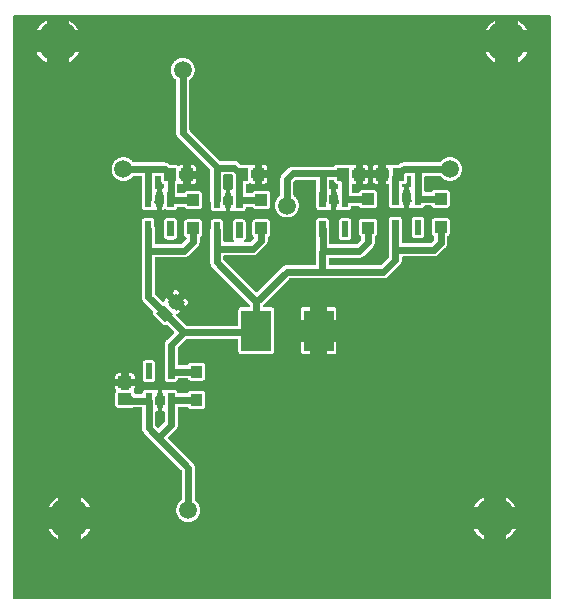
<source format=gbl>
G04 Layer: BottomLayer*
G04 EasyEDA v6.3.22, 2020-01-22T11:07:26+01:00*
G04 6c73b54d2adc4a05a2782a56d08821ed,6ac03ef627a24f5ab7c901ca926ad83b,10*
G04 Gerber Generator version 0.2*
G04 Scale: 100 percent, Rotated: No, Reflected: No *
G04 Dimensions in millimeters *
G04 leading zeros omitted , absolute positions ,3 integer and 3 decimal *
%FSLAX33Y33*%
%MOMM*%
G90*
G71D02*

%ADD12C,1.500022*%
%ADD15C,3.499993*%
%ADD16C,0.599999*%
%ADD17R,2.499995X3.499993*%

%LPD*%
G36*
G01X45641Y49743D02*
G01X358Y49743D01*
G01X343Y49742D01*
G01X329Y49739D01*
G01X315Y49734D01*
G01X303Y49727D01*
G01X291Y49718D01*
G01X281Y49708D01*
G01X272Y49696D01*
G01X265Y49684D01*
G01X260Y49670D01*
G01X257Y49656D01*
G01X256Y49641D01*
G01X256Y358D01*
G01X257Y343D01*
G01X260Y329D01*
G01X265Y316D01*
G01X272Y303D01*
G01X281Y291D01*
G01X291Y281D01*
G01X303Y272D01*
G01X315Y265D01*
G01X329Y260D01*
G01X343Y257D01*
G01X358Y256D01*
G01X45641Y256D01*
G01X45656Y257D01*
G01X45670Y260D01*
G01X45683Y265D01*
G01X45696Y272D01*
G01X45708Y281D01*
G01X45718Y291D01*
G01X45727Y303D01*
G01X45734Y316D01*
G01X45739Y329D01*
G01X45742Y343D01*
G01X45743Y358D01*
G01X45743Y49641D01*
G01X45742Y49656D01*
G01X45739Y49670D01*
G01X45734Y49684D01*
G01X45727Y49696D01*
G01X45718Y49708D01*
G01X45708Y49718D01*
G01X45696Y49727D01*
G01X45683Y49734D01*
G01X45670Y49739D01*
G01X45656Y49742D01*
G01X45641Y49743D01*
G37*

%LPC*%
G36*
G01X4061Y6201D02*
G01X3226Y6201D01*
G01X3258Y6143D01*
G01X3292Y6085D01*
G01X3328Y6030D01*
G01X3366Y5975D01*
G01X3405Y5921D01*
G01X3447Y5869D01*
G01X3489Y5818D01*
G01X3534Y5768D01*
G01X3581Y5721D01*
G01X3629Y5674D01*
G01X3678Y5630D01*
G01X3729Y5587D01*
G01X3781Y5545D01*
G01X3834Y5506D01*
G01X3889Y5468D01*
G01X3946Y5432D01*
G01X4003Y5398D01*
G01X4061Y5366D01*
G01X4061Y6201D01*
G37*
G36*
G01X6773Y6201D02*
G01X5938Y6201D01*
G01X5938Y5366D01*
G01X5996Y5398D01*
G01X6053Y5432D01*
G01X6110Y5468D01*
G01X6165Y5506D01*
G01X6218Y5545D01*
G01X6270Y5587D01*
G01X6321Y5630D01*
G01X6370Y5674D01*
G01X6418Y5721D01*
G01X6465Y5768D01*
G01X6510Y5818D01*
G01X6552Y5869D01*
G01X6594Y5921D01*
G01X6633Y5975D01*
G01X6671Y6030D01*
G01X6707Y6085D01*
G01X6741Y6143D01*
G01X6773Y6201D01*
G37*
G36*
G01X40061Y6201D02*
G01X39226Y6201D01*
G01X39258Y6143D01*
G01X39292Y6085D01*
G01X39328Y6030D01*
G01X39366Y5975D01*
G01X39406Y5921D01*
G01X39447Y5869D01*
G01X39490Y5818D01*
G01X39535Y5768D01*
G01X39581Y5721D01*
G01X39629Y5674D01*
G01X39678Y5630D01*
G01X39729Y5587D01*
G01X39781Y5545D01*
G01X39835Y5506D01*
G01X39890Y5468D01*
G01X39946Y5432D01*
G01X40003Y5398D01*
G01X40061Y5366D01*
G01X40061Y6201D01*
G37*
G36*
G01X42773Y6201D02*
G01X41938Y6201D01*
G01X41938Y5366D01*
G01X41996Y5398D01*
G01X42054Y5432D01*
G01X42110Y5468D01*
G01X42165Y5506D01*
G01X42218Y5545D01*
G01X42270Y5587D01*
G01X42321Y5630D01*
G01X42371Y5674D01*
G01X42419Y5721D01*
G01X42465Y5768D01*
G01X42509Y5818D01*
G01X42553Y5869D01*
G01X42594Y5921D01*
G01X42633Y5975D01*
G01X42671Y6030D01*
G01X42707Y6085D01*
G01X42741Y6143D01*
G01X42773Y6201D01*
G37*
G36*
G01X9361Y18326D02*
G01X8893Y18326D01*
G01X8893Y18140D01*
G01X8894Y18114D01*
G01X8898Y18089D01*
G01X8904Y18065D01*
G01X8912Y18041D01*
G01X8924Y18018D01*
G01X8937Y17997D01*
G01X8944Y17983D01*
G01X8949Y17969D01*
G01X8953Y17954D01*
G01X8954Y17940D01*
G01X8953Y17924D01*
G01X8949Y17910D01*
G01X8944Y17896D01*
G01X8937Y17883D01*
G01X8924Y17861D01*
G01X8913Y17839D01*
G01X8904Y17815D01*
G01X8898Y17790D01*
G01X8894Y17765D01*
G01X8893Y17739D01*
G01X8893Y16740D01*
G01X8894Y16716D01*
G01X8897Y16692D01*
G01X8903Y16670D01*
G01X8910Y16647D01*
G01X8920Y16625D01*
G01X8931Y16605D01*
G01X8945Y16585D01*
G01X8960Y16567D01*
G01X8976Y16550D01*
G01X8995Y16535D01*
G01X9014Y16521D01*
G01X9035Y16510D01*
G01X9057Y16500D01*
G01X9079Y16493D01*
G01X9102Y16487D01*
G01X9126Y16484D01*
G01X9150Y16483D01*
G01X10249Y16483D01*
G01X10274Y16484D01*
G01X10298Y16488D01*
G01X10322Y16493D01*
G01X10345Y16501D01*
G01X10367Y16512D01*
G01X10382Y16518D01*
G01X10398Y16522D01*
G01X10414Y16523D01*
G01X11061Y16523D01*
G01X11076Y16522D01*
G01X11090Y16519D01*
G01X11103Y16514D01*
G01X11116Y16507D01*
G01X11128Y16498D01*
G01X11138Y16488D01*
G01X11147Y16477D01*
G01X11154Y16464D01*
G01X11159Y16450D01*
G01X11162Y16436D01*
G01X11163Y16421D01*
G01X11163Y14921D01*
G01X11160Y14896D01*
G01X11153Y14862D01*
G01X11147Y14828D01*
G01X11144Y14794D01*
G01X11143Y14760D01*
G01X11144Y14726D01*
G01X11147Y14692D01*
G01X11152Y14659D01*
G01X11159Y14626D01*
G01X11168Y14594D01*
G01X11179Y14562D01*
G01X11192Y14531D01*
G01X11206Y14501D01*
G01X11223Y14472D01*
G01X11261Y14416D01*
G01X11283Y14391D01*
G01X11306Y14366D01*
G01X14463Y11209D01*
G01X14473Y11196D01*
G01X14482Y11183D01*
G01X14488Y11168D01*
G01X14492Y11153D01*
G01X14493Y11137D01*
G01X14493Y8701D01*
G01X14492Y8685D01*
G01X14488Y8670D01*
G01X14482Y8655D01*
G01X14474Y8642D01*
G01X14464Y8630D01*
G01X14452Y8619D01*
G01X14415Y8590D01*
G01X14379Y8560D01*
G01X14344Y8528D01*
G01X14311Y8494D01*
G01X14280Y8459D01*
G01X14251Y8422D01*
G01X14223Y8384D01*
G01X14197Y8345D01*
G01X14173Y8305D01*
G01X14151Y8263D01*
G01X14131Y8221D01*
G01X14113Y8177D01*
G01X14097Y8133D01*
G01X14082Y8088D01*
G01X14070Y8043D01*
G01X14060Y7997D01*
G01X14053Y7950D01*
G01X14047Y7904D01*
G01X14044Y7857D01*
G01X14043Y7810D01*
G01X14044Y7763D01*
G01X14047Y7717D01*
G01X14053Y7670D01*
G01X14060Y7625D01*
G01X14070Y7579D01*
G01X14081Y7534D01*
G01X14095Y7490D01*
G01X14111Y7446D01*
G01X14129Y7403D01*
G01X14148Y7361D01*
G01X14170Y7320D01*
G01X14194Y7280D01*
G01X14219Y7241D01*
G01X14246Y7203D01*
G01X14275Y7166D01*
G01X14306Y7131D01*
G01X14338Y7098D01*
G01X14371Y7066D01*
G01X14406Y7035D01*
G01X14443Y7006D01*
G01X14481Y6979D01*
G01X14520Y6954D01*
G01X14560Y6930D01*
G01X14601Y6908D01*
G01X14643Y6889D01*
G01X14686Y6871D01*
G01X14729Y6855D01*
G01X14774Y6841D01*
G01X14819Y6830D01*
G01X14865Y6820D01*
G01X14910Y6813D01*
G01X14957Y6807D01*
G01X15003Y6804D01*
G01X15050Y6803D01*
G01X15096Y6804D01*
G01X15142Y6807D01*
G01X15189Y6813D01*
G01X15234Y6820D01*
G01X15280Y6830D01*
G01X15325Y6841D01*
G01X15370Y6855D01*
G01X15413Y6871D01*
G01X15456Y6889D01*
G01X15498Y6908D01*
G01X15539Y6930D01*
G01X15579Y6954D01*
G01X15618Y6979D01*
G01X15656Y7006D01*
G01X15693Y7035D01*
G01X15728Y7066D01*
G01X15761Y7098D01*
G01X15793Y7131D01*
G01X15824Y7166D01*
G01X15853Y7203D01*
G01X15880Y7241D01*
G01X15905Y7280D01*
G01X15929Y7320D01*
G01X15951Y7361D01*
G01X15971Y7403D01*
G01X15988Y7446D01*
G01X16004Y7490D01*
G01X16018Y7534D01*
G01X16029Y7579D01*
G01X16039Y7625D01*
G01X16046Y7670D01*
G01X16052Y7717D01*
G01X16055Y7763D01*
G01X16056Y7810D01*
G01X16055Y7857D01*
G01X16052Y7904D01*
G01X16046Y7950D01*
G01X16039Y7997D01*
G01X16029Y8043D01*
G01X16017Y8088D01*
G01X16003Y8133D01*
G01X15986Y8177D01*
G01X15968Y8221D01*
G01X15948Y8263D01*
G01X15926Y8305D01*
G01X15902Y8345D01*
G01X15876Y8384D01*
G01X15848Y8422D01*
G01X15819Y8459D01*
G01X15788Y8494D01*
G01X15755Y8528D01*
G01X15720Y8560D01*
G01X15685Y8590D01*
G01X15647Y8619D01*
G01X15635Y8630D01*
G01X15625Y8642D01*
G01X15617Y8655D01*
G01X15611Y8670D01*
G01X15607Y8685D01*
G01X15606Y8701D01*
G01X15606Y11410D01*
G01X15605Y11443D01*
G01X15602Y11477D01*
G01X15597Y11510D01*
G01X15590Y11543D01*
G01X15581Y11575D01*
G01X15570Y11607D01*
G01X15557Y11638D01*
G01X15542Y11668D01*
G01X15526Y11697D01*
G01X15508Y11726D01*
G01X15487Y11753D01*
G01X15466Y11779D01*
G01X15443Y11803D01*
G01X13372Y13875D01*
G01X13361Y13887D01*
G01X13353Y13901D01*
G01X13347Y13915D01*
G01X13343Y13930D01*
G01X13342Y13947D01*
G01X13343Y13962D01*
G01X13347Y13978D01*
G01X13353Y13992D01*
G01X13361Y14006D01*
G01X13372Y14018D01*
G01X14013Y14660D01*
G01X14036Y14684D01*
G01X14057Y14710D01*
G01X14078Y14737D01*
G01X14096Y14766D01*
G01X14112Y14795D01*
G01X14127Y14825D01*
G01X14140Y14856D01*
G01X14151Y14888D01*
G01X14160Y14920D01*
G01X14167Y14953D01*
G01X14172Y14986D01*
G01X14175Y15020D01*
G01X14176Y15054D01*
G01X14176Y16481D01*
G01X14177Y16496D01*
G01X14180Y16510D01*
G01X14185Y16523D01*
G01X14192Y16537D01*
G01X14201Y16548D01*
G01X14211Y16558D01*
G01X14222Y16567D01*
G01X14235Y16574D01*
G01X14249Y16579D01*
G01X14263Y16582D01*
G01X14277Y16583D01*
G01X14938Y16583D01*
G01X14955Y16582D01*
G01X14970Y16578D01*
G01X14985Y16572D01*
G01X14999Y16563D01*
G01X15011Y16552D01*
G01X15021Y16540D01*
G01X15030Y16526D01*
G01X15041Y16506D01*
G01X15054Y16486D01*
G01X15069Y16467D01*
G01X15086Y16451D01*
G01X15104Y16435D01*
G01X15124Y16422D01*
G01X15145Y16410D01*
G01X15166Y16400D01*
G01X15189Y16393D01*
G01X15212Y16388D01*
G01X15236Y16384D01*
G01X15260Y16383D01*
G01X16260Y16383D01*
G01X16283Y16384D01*
G01X16307Y16388D01*
G01X16330Y16393D01*
G01X16353Y16400D01*
G01X16374Y16410D01*
G01X16395Y16422D01*
G01X16414Y16435D01*
G01X16432Y16450D01*
G01X16449Y16467D01*
G01X16464Y16485D01*
G01X16477Y16505D01*
G01X16489Y16525D01*
G01X16499Y16547D01*
G01X16506Y16570D01*
G01X16512Y16592D01*
G01X16515Y16616D01*
G01X16516Y16640D01*
G01X16516Y17639D01*
G01X16515Y17663D01*
G01X16512Y17687D01*
G01X16506Y17710D01*
G01X16499Y17732D01*
G01X16489Y17754D01*
G01X16477Y17775D01*
G01X16464Y17794D01*
G01X16449Y17813D01*
G01X16432Y17829D01*
G01X16414Y17844D01*
G01X16395Y17858D01*
G01X16374Y17869D01*
G01X16353Y17879D01*
G01X16330Y17886D01*
G01X16307Y17892D01*
G01X16283Y17895D01*
G01X16260Y17896D01*
G01X15260Y17896D01*
G01X15236Y17895D01*
G01X15212Y17892D01*
G01X15189Y17886D01*
G01X15166Y17879D01*
G01X15145Y17869D01*
G01X15124Y17857D01*
G01X15104Y17844D01*
G01X15086Y17828D01*
G01X15069Y17812D01*
G01X15054Y17793D01*
G01X15041Y17774D01*
G01X15021Y17739D01*
G01X15011Y17727D01*
G01X14999Y17716D01*
G01X14985Y17707D01*
G01X14970Y17701D01*
G01X14955Y17697D01*
G01X14938Y17696D01*
G01X14246Y17696D01*
G01X14231Y17697D01*
G01X14215Y17701D01*
G01X14201Y17706D01*
G01X14187Y17715D01*
G01X14176Y17724D01*
G01X14165Y17736D01*
G01X14157Y17749D01*
G01X14150Y17763D01*
G01X14146Y17779D01*
G01X14141Y17801D01*
G01X14133Y17824D01*
G01X14123Y17845D01*
G01X14112Y17865D01*
G01X14099Y17885D01*
G01X14083Y17903D01*
G01X14067Y17920D01*
G01X14048Y17935D01*
G01X14029Y17948D01*
G01X14008Y17959D01*
G01X13987Y17969D01*
G01X13964Y17976D01*
G01X13942Y17982D01*
G01X13918Y17985D01*
G01X13894Y17986D01*
G01X13345Y17986D01*
G01X13319Y17985D01*
G01X13294Y17981D01*
G01X13269Y17975D01*
G01X13246Y17967D01*
G01X13223Y17955D01*
G01X13201Y17942D01*
G01X13188Y17935D01*
G01X13174Y17929D01*
G01X13159Y17926D01*
G01X13145Y17925D01*
G01X13129Y17926D01*
G01X13115Y17929D01*
G01X13101Y17935D01*
G01X13088Y17942D01*
G01X13066Y17955D01*
G01X13043Y17967D01*
G01X13020Y17975D01*
G01X12995Y17981D01*
G01X12970Y17985D01*
G01X12944Y17986D01*
G01X12871Y17986D01*
G01X12871Y17468D01*
G01X12987Y17468D01*
G01X13001Y17467D01*
G01X13015Y17464D01*
G01X13029Y17459D01*
G01X13041Y17452D01*
G01X13053Y17443D01*
G01X13063Y17433D01*
G01X13072Y17421D01*
G01X13079Y17409D01*
G01X13084Y17395D01*
G01X13087Y17381D01*
G01X13088Y17367D01*
G01X13088Y17259D01*
G01X13084Y17231D01*
G01X13075Y17194D01*
G01X13068Y17156D01*
G01X13064Y17118D01*
G01X13063Y17080D01*
G01X13063Y16793D01*
G01X13062Y16778D01*
G01X13059Y16764D01*
G01X13054Y16750D01*
G01X13047Y16738D01*
G01X13038Y16726D01*
G01X13028Y16716D01*
G01X13016Y16707D01*
G01X13003Y16700D01*
G01X12990Y16695D01*
G01X12976Y16692D01*
G01X12961Y16691D01*
G01X12871Y16691D01*
G01X12871Y16173D01*
G01X12961Y16173D01*
G01X12976Y16172D01*
G01X12990Y16169D01*
G01X13003Y16164D01*
G01X13016Y16157D01*
G01X13028Y16148D01*
G01X13038Y16138D01*
G01X13047Y16127D01*
G01X13054Y16114D01*
G01X13059Y16101D01*
G01X13062Y16086D01*
G01X13063Y16072D01*
G01X13063Y15326D01*
G01X13062Y15310D01*
G01X13058Y15294D01*
G01X13052Y15280D01*
G01X13043Y15267D01*
G01X13033Y15254D01*
G01X12584Y14805D01*
G01X12573Y14795D01*
G01X12559Y14787D01*
G01X12544Y14781D01*
G01X12528Y14777D01*
G01X12513Y14776D01*
G01X12497Y14777D01*
G01X12481Y14781D01*
G01X12466Y14787D01*
G01X12453Y14795D01*
G01X12441Y14805D01*
G01X12306Y14940D01*
G01X12296Y14953D01*
G01X12287Y14966D01*
G01X12281Y14981D01*
G01X12277Y14996D01*
G01X12276Y15012D01*
G01X12276Y16072D01*
G01X12277Y16086D01*
G01X12280Y16101D01*
G01X12285Y16114D01*
G01X12292Y16127D01*
G01X12301Y16138D01*
G01X12311Y16148D01*
G01X12323Y16157D01*
G01X12335Y16164D01*
G01X12349Y16169D01*
G01X12363Y16172D01*
G01X12377Y16173D01*
G01X12468Y16173D01*
G01X12468Y16691D01*
G01X12377Y16691D01*
G01X12363Y16692D01*
G01X12349Y16695D01*
G01X12335Y16700D01*
G01X12323Y16707D01*
G01X12311Y16716D01*
G01X12301Y16726D01*
G01X12292Y16738D01*
G01X12285Y16750D01*
G01X12280Y16764D01*
G01X12277Y16778D01*
G01X12276Y16793D01*
G01X12276Y17080D01*
G01X12275Y17118D01*
G01X12271Y17156D01*
G01X12264Y17194D01*
G01X12255Y17231D01*
G01X12251Y17259D01*
G01X12251Y17367D01*
G01X12252Y17381D01*
G01X12255Y17395D01*
G01X12260Y17409D01*
G01X12267Y17421D01*
G01X12276Y17433D01*
G01X12286Y17443D01*
G01X12298Y17452D01*
G01X12310Y17459D01*
G01X12324Y17464D01*
G01X12338Y17467D01*
G01X12353Y17468D01*
G01X12468Y17468D01*
G01X12468Y17986D01*
G01X12395Y17986D01*
G01X12369Y17985D01*
G01X12344Y17981D01*
G01X12320Y17975D01*
G01X12296Y17967D01*
G01X12273Y17955D01*
G01X12251Y17942D01*
G01X12238Y17935D01*
G01X12224Y17929D01*
G01X12209Y17926D01*
G01X12195Y17925D01*
G01X12179Y17926D01*
G01X12165Y17929D01*
G01X12151Y17935D01*
G01X12138Y17942D01*
G01X12116Y17955D01*
G01X12093Y17967D01*
G01X12070Y17975D01*
G01X12045Y17981D01*
G01X12020Y17985D01*
G01X11994Y17986D01*
G01X11444Y17986D01*
G01X11421Y17985D01*
G01X11398Y17982D01*
G01X11375Y17977D01*
G01X11353Y17969D01*
G01X11331Y17960D01*
G01X11311Y17949D01*
G01X11292Y17936D01*
G01X11274Y17921D01*
G01X11257Y17905D01*
G01X11242Y17887D01*
G01X11228Y17868D01*
G01X11217Y17848D01*
G01X11207Y17826D01*
G01X11199Y17804D01*
G01X11193Y17782D01*
G01X11190Y17759D01*
G01X11188Y17735D01*
G01X11186Y17720D01*
G01X11183Y17704D01*
G01X11176Y17690D01*
G01X11168Y17677D01*
G01X11157Y17665D01*
G01X11146Y17655D01*
G01X11132Y17647D01*
G01X11118Y17641D01*
G01X11102Y17637D01*
G01X11087Y17636D01*
G01X10608Y17636D01*
G01X10593Y17637D01*
G01X10579Y17640D01*
G01X10565Y17645D01*
G01X10553Y17652D01*
G01X10541Y17661D01*
G01X10531Y17671D01*
G01X10522Y17683D01*
G01X10515Y17695D01*
G01X10510Y17709D01*
G01X10507Y17723D01*
G01X10506Y17738D01*
G01X10506Y17739D01*
G01X10505Y17765D01*
G01X10501Y17790D01*
G01X10495Y17815D01*
G01X10486Y17839D01*
G01X10475Y17861D01*
G01X10462Y17883D01*
G01X10455Y17896D01*
G01X10449Y17910D01*
G01X10446Y17925D01*
G01X10445Y17940D01*
G01X10446Y17955D01*
G01X10449Y17969D01*
G01X10455Y17983D01*
G01X10462Y17997D01*
G01X10475Y18018D01*
G01X10486Y18041D01*
G01X10495Y18065D01*
G01X10501Y18089D01*
G01X10504Y18114D01*
G01X10506Y18140D01*
G01X10506Y18326D01*
G01X10038Y18326D01*
G01X10038Y18098D01*
G01X10037Y18083D01*
G01X10034Y18069D01*
G01X10028Y18055D01*
G01X10022Y18043D01*
G01X10013Y18031D01*
G01X10003Y18021D01*
G01X9991Y18012D01*
G01X9979Y18005D01*
G01X9965Y18000D01*
G01X9951Y17997D01*
G01X9936Y17996D01*
G01X9463Y17996D01*
G01X9448Y17997D01*
G01X9434Y18000D01*
G01X9420Y18005D01*
G01X9408Y18012D01*
G01X9396Y18021D01*
G01X9386Y18031D01*
G01X9377Y18043D01*
G01X9370Y18055D01*
G01X9365Y18069D01*
G01X9362Y18083D01*
G01X9361Y18098D01*
G01X9361Y18326D01*
G37*
G36*
G01X4061Y8078D02*
G01X4061Y8913D01*
G01X4003Y8881D01*
G01X3946Y8847D01*
G01X3889Y8811D01*
G01X3834Y8773D01*
G01X3781Y8734D01*
G01X3729Y8692D01*
G01X3678Y8649D01*
G01X3629Y8605D01*
G01X3581Y8558D01*
G01X3534Y8511D01*
G01X3489Y8461D01*
G01X3447Y8410D01*
G01X3405Y8358D01*
G01X3366Y8304D01*
G01X3328Y8250D01*
G01X3292Y8194D01*
G01X3258Y8136D01*
G01X3226Y8078D01*
G01X4061Y8078D01*
G37*
G36*
G01X5996Y8881D02*
G01X5938Y8913D01*
G01X5938Y8078D01*
G01X6773Y8078D01*
G01X6741Y8136D01*
G01X6707Y8194D01*
G01X6671Y8250D01*
G01X6633Y8304D01*
G01X6594Y8358D01*
G01X6552Y8410D01*
G01X6510Y8461D01*
G01X6465Y8511D01*
G01X6418Y8558D01*
G01X6370Y8605D01*
G01X6321Y8649D01*
G01X6270Y8692D01*
G01X6218Y8734D01*
G01X6165Y8773D01*
G01X6110Y8811D01*
G01X6053Y8847D01*
G01X5996Y8881D01*
G37*
G36*
G01X40061Y8078D02*
G01X40061Y8913D01*
G01X40003Y8881D01*
G01X39946Y8847D01*
G01X39890Y8811D01*
G01X39835Y8773D01*
G01X39781Y8734D01*
G01X39729Y8692D01*
G01X39678Y8649D01*
G01X39629Y8605D01*
G01X39581Y8558D01*
G01X39535Y8511D01*
G01X39490Y8461D01*
G01X39447Y8411D01*
G01X39406Y8358D01*
G01X39366Y8304D01*
G01X39328Y8250D01*
G01X39292Y8194D01*
G01X39258Y8136D01*
G01X39226Y8078D01*
G01X40061Y8078D01*
G37*
G36*
G01X41996Y8881D02*
G01X41938Y8913D01*
G01X41938Y8078D01*
G01X42773Y8078D01*
G01X42741Y8136D01*
G01X42707Y8194D01*
G01X42671Y8250D01*
G01X42633Y8304D01*
G01X42594Y8358D01*
G01X42553Y8411D01*
G01X42465Y8511D01*
G01X42419Y8558D01*
G01X42371Y8605D01*
G01X42321Y8649D01*
G01X42270Y8692D01*
G01X42218Y8734D01*
G01X42165Y8773D01*
G01X42110Y8811D01*
G01X42054Y8847D01*
G01X41996Y8881D01*
G37*
G36*
G01X11994Y20486D02*
G01X11444Y20486D01*
G01X11421Y20485D01*
G01X11397Y20482D01*
G01X11374Y20477D01*
G01X11352Y20469D01*
G01X11330Y20459D01*
G01X11310Y20448D01*
G01X11290Y20434D01*
G01X11272Y20419D01*
G01X11255Y20402D01*
G01X11240Y20384D01*
G01X11226Y20365D01*
G01X11215Y20344D01*
G01X11205Y20322D01*
G01X11198Y20300D01*
G01X11192Y20277D01*
G01X11189Y20253D01*
G01X11188Y20230D01*
G01X11188Y18930D01*
G01X11189Y18906D01*
G01X11192Y18882D01*
G01X11198Y18860D01*
G01X11205Y18837D01*
G01X11215Y18815D01*
G01X11226Y18795D01*
G01X11240Y18775D01*
G01X11255Y18756D01*
G01X11272Y18740D01*
G01X11290Y18725D01*
G01X11310Y18711D01*
G01X11330Y18700D01*
G01X11352Y18690D01*
G01X11374Y18683D01*
G01X11397Y18677D01*
G01X11421Y18674D01*
G01X11444Y18673D01*
G01X11994Y18673D01*
G01X12018Y18674D01*
G01X12042Y18677D01*
G01X12065Y18683D01*
G01X12087Y18690D01*
G01X12109Y18700D01*
G01X12130Y18711D01*
G01X12149Y18725D01*
G01X12167Y18740D01*
G01X12184Y18756D01*
G01X12199Y18775D01*
G01X12213Y18795D01*
G01X12224Y18815D01*
G01X12234Y18837D01*
G01X12241Y18860D01*
G01X12247Y18882D01*
G01X12250Y18906D01*
G01X12251Y18930D01*
G01X12251Y20230D01*
G01X12250Y20253D01*
G01X12247Y20277D01*
G01X12241Y20300D01*
G01X12234Y20322D01*
G01X12224Y20344D01*
G01X12213Y20365D01*
G01X12199Y20384D01*
G01X12184Y20402D01*
G01X12167Y20419D01*
G01X12149Y20434D01*
G01X12130Y20448D01*
G01X12109Y20459D01*
G01X12087Y20469D01*
G01X12065Y20477D01*
G01X12042Y20482D01*
G01X12018Y20485D01*
G01X11994Y20486D01*
G37*
G36*
G01X32874Y32666D02*
G01X32325Y32666D01*
G01X32301Y32665D01*
G01X32277Y32662D01*
G01X32254Y32656D01*
G01X32232Y32649D01*
G01X32210Y32639D01*
G01X32189Y32628D01*
G01X32170Y32614D01*
G01X32151Y32599D01*
G01X32135Y32583D01*
G01X32120Y32564D01*
G01X32106Y32545D01*
G01X32094Y32524D01*
G01X32085Y32502D01*
G01X32078Y32480D01*
G01X32072Y32457D01*
G01X32069Y32433D01*
G01X32068Y32409D01*
G01X32068Y31936D01*
G01X32064Y31909D01*
G01X32055Y31872D01*
G01X32049Y31835D01*
G01X32045Y31797D01*
G01X32044Y31760D01*
G01X32044Y29292D01*
G01X32043Y29276D01*
G01X32039Y29261D01*
G01X32033Y29246D01*
G01X32024Y29232D01*
G01X32014Y29220D01*
G01X31382Y28589D01*
G01X31370Y28579D01*
G01X31356Y28571D01*
G01X31341Y28564D01*
G01X31326Y28561D01*
G01X31310Y28560D01*
G01X27080Y28560D01*
G01X27066Y28561D01*
G01X27052Y28564D01*
G01X27038Y28569D01*
G01X27025Y28576D01*
G01X27013Y28584D01*
G01X27003Y28595D01*
G01X26995Y28606D01*
G01X26988Y28619D01*
G01X26982Y28633D01*
G01X26979Y28647D01*
G01X26978Y28661D01*
G01X26979Y29093D01*
G01X26980Y29107D01*
G01X26983Y29121D01*
G01X26989Y29135D01*
G01X26996Y29148D01*
G01X27004Y29159D01*
G01X27014Y29169D01*
G01X27026Y29178D01*
G01X27039Y29185D01*
G01X27053Y29190D01*
G01X27067Y29193D01*
G01X27081Y29194D01*
G01X29540Y29194D01*
G01X29574Y29195D01*
G01X29607Y29198D01*
G01X29641Y29203D01*
G01X29674Y29210D01*
G01X29706Y29219D01*
G01X29738Y29230D01*
G01X29769Y29243D01*
G01X29799Y29258D01*
G01X29828Y29274D01*
G01X29857Y29292D01*
G01X29884Y29312D01*
G01X29910Y29334D01*
G01X29934Y29357D01*
G01X30673Y30096D01*
G01X30696Y30120D01*
G01X30718Y30146D01*
G01X30738Y30173D01*
G01X30756Y30202D01*
G01X30772Y30231D01*
G01X30787Y30261D01*
G01X30800Y30292D01*
G01X30811Y30324D01*
G01X30820Y30356D01*
G01X30827Y30389D01*
G01X30832Y30422D01*
G01X30835Y30456D01*
G01X30836Y30490D01*
G01X30836Y30908D01*
G01X30837Y30924D01*
G01X30841Y30940D01*
G01X30847Y30955D01*
G01X30856Y30969D01*
G01X30867Y30981D01*
G01X30879Y30991D01*
G01X30914Y31011D01*
G01X30933Y31024D01*
G01X30951Y31039D01*
G01X30969Y31056D01*
G01X30984Y31074D01*
G01X30997Y31094D01*
G01X31009Y31115D01*
G01X31018Y31136D01*
G01X31026Y31159D01*
G01X31032Y31182D01*
G01X31035Y31206D01*
G01X31036Y31229D01*
G01X31036Y32230D01*
G01X31035Y32254D01*
G01X31032Y32277D01*
G01X31026Y32300D01*
G01X31018Y32322D01*
G01X31009Y32344D01*
G01X30998Y32365D01*
G01X30984Y32384D01*
G01X30969Y32402D01*
G01X30952Y32419D01*
G01X30934Y32434D01*
G01X30914Y32448D01*
G01X30894Y32459D01*
G01X30872Y32469D01*
G01X30850Y32477D01*
G01X30826Y32482D01*
G01X30803Y32485D01*
G01X30780Y32486D01*
G01X29779Y32486D01*
G01X29756Y32485D01*
G01X29732Y32482D01*
G01X29709Y32477D01*
G01X29687Y32469D01*
G01X29665Y32459D01*
G01X29644Y32448D01*
G01X29625Y32434D01*
G01X29607Y32419D01*
G01X29590Y32402D01*
G01X29575Y32384D01*
G01X29562Y32365D01*
G01X29550Y32344D01*
G01X29540Y32322D01*
G01X29533Y32300D01*
G01X29528Y32277D01*
G01X29524Y32254D01*
G01X29523Y32230D01*
G01X29523Y31229D01*
G01X29524Y31206D01*
G01X29528Y31182D01*
G01X29533Y31159D01*
G01X29540Y31136D01*
G01X29550Y31115D01*
G01X29562Y31094D01*
G01X29575Y31074D01*
G01X29591Y31056D01*
G01X29607Y31039D01*
G01X29626Y31024D01*
G01X29645Y31011D01*
G01X29680Y30991D01*
G01X29693Y30981D01*
G01X29703Y30969D01*
G01X29711Y30955D01*
G01X29718Y30940D01*
G01X29722Y30925D01*
G01X29723Y30908D01*
G01X29723Y30762D01*
G01X29722Y30746D01*
G01X29718Y30731D01*
G01X29712Y30716D01*
G01X29703Y30703D01*
G01X29693Y30690D01*
G01X29340Y30337D01*
G01X29327Y30326D01*
G01X29314Y30318D01*
G01X29299Y30312D01*
G01X29284Y30308D01*
G01X29268Y30307D01*
G01X27084Y30307D01*
G01X27069Y30308D01*
G01X27055Y30311D01*
G01X27041Y30316D01*
G01X27029Y30323D01*
G01X27017Y30332D01*
G01X27007Y30342D01*
G01X26998Y30354D01*
G01X26992Y30366D01*
G01X26986Y30380D01*
G01X26983Y30394D01*
G01X26982Y30408D01*
G01X26982Y30409D01*
G01X26985Y31609D01*
G01X26985Y31610D01*
G01X26983Y31647D01*
G01X26980Y31685D01*
G01X26973Y31722D01*
G01X26965Y31758D01*
G01X26961Y31785D01*
G01X26961Y32260D01*
G01X26960Y32283D01*
G01X26957Y32306D01*
G01X26951Y32330D01*
G01X26944Y32352D01*
G01X26934Y32374D01*
G01X26922Y32394D01*
G01X26909Y32414D01*
G01X26894Y32432D01*
G01X26877Y32449D01*
G01X26859Y32464D01*
G01X26840Y32478D01*
G01X26819Y32489D01*
G01X26797Y32498D01*
G01X26775Y32506D01*
G01X26752Y32512D01*
G01X26728Y32515D01*
G01X26705Y32516D01*
G01X26154Y32516D01*
G01X26131Y32515D01*
G01X26107Y32512D01*
G01X26084Y32506D01*
G01X26062Y32498D01*
G01X26040Y32489D01*
G01X26019Y32478D01*
G01X26000Y32464D01*
G01X25982Y32449D01*
G01X25965Y32432D01*
G01X25950Y32414D01*
G01X25936Y32394D01*
G01X25925Y32374D01*
G01X25915Y32352D01*
G01X25908Y32330D01*
G01X25902Y32306D01*
G01X25899Y32283D01*
G01X25898Y32260D01*
G01X25898Y31794D01*
G01X25897Y31780D01*
G01X25894Y31766D01*
G01X25884Y31728D01*
G01X25878Y31689D01*
G01X25873Y31650D01*
G01X25871Y31611D01*
G01X25868Y29752D01*
G01X25868Y29751D01*
G01X25865Y28669D01*
G01X25864Y28654D01*
G01X25861Y28640D01*
G01X25856Y28626D01*
G01X25849Y28614D01*
G01X25840Y28602D01*
G01X25830Y28592D01*
G01X25819Y28583D01*
G01X25806Y28577D01*
G01X25792Y28572D01*
G01X25778Y28569D01*
G01X25764Y28567D01*
G01X23423Y28567D01*
G01X23390Y28566D01*
G01X23356Y28563D01*
G01X23323Y28558D01*
G01X23290Y28551D01*
G01X23258Y28542D01*
G01X23226Y28531D01*
G01X23195Y28518D01*
G01X23165Y28503D01*
G01X23135Y28487D01*
G01X23107Y28469D01*
G01X23080Y28449D01*
G01X23055Y28427D01*
G01X23030Y28404D01*
G01X20908Y26283D01*
G01X20896Y26272D01*
G01X20882Y26264D01*
G01X20868Y26258D01*
G01X20852Y26254D01*
G01X20837Y26253D01*
G01X20820Y26254D01*
G01X20805Y26258D01*
G01X20790Y26264D01*
G01X20777Y26272D01*
G01X20765Y26283D01*
G01X18066Y28981D01*
G01X18056Y28993D01*
G01X18047Y29007D01*
G01X18041Y29022D01*
G01X18038Y29037D01*
G01X18037Y29053D01*
G01X18037Y29296D01*
G01X18038Y29310D01*
G01X18041Y29324D01*
G01X18046Y29338D01*
G01X18052Y29351D01*
G01X18061Y29363D01*
G01X18072Y29373D01*
G01X18083Y29381D01*
G01X18095Y29388D01*
G01X18109Y29393D01*
G01X18123Y29397D01*
G01X18138Y29398D01*
G01X20524Y29398D01*
G01X20557Y29399D01*
G01X20591Y29402D01*
G01X20624Y29406D01*
G01X20657Y29413D01*
G01X20689Y29422D01*
G01X20721Y29434D01*
G01X20752Y29446D01*
G01X20782Y29461D01*
G01X20812Y29478D01*
G01X20840Y29496D01*
G01X20867Y29516D01*
G01X20893Y29537D01*
G01X20917Y29560D01*
G01X21633Y30276D01*
G01X21656Y30301D01*
G01X21677Y30326D01*
G01X21698Y30354D01*
G01X21716Y30382D01*
G01X21732Y30411D01*
G01X21747Y30441D01*
G01X21760Y30472D01*
G01X21771Y30504D01*
G01X21780Y30536D01*
G01X21787Y30570D01*
G01X21792Y30603D01*
G01X21795Y30636D01*
G01X21796Y30670D01*
G01X21796Y30848D01*
G01X21797Y30865D01*
G01X21801Y30880D01*
G01X21807Y30895D01*
G01X21816Y30909D01*
G01X21827Y30921D01*
G01X21839Y30931D01*
G01X21853Y30939D01*
G01X21873Y30951D01*
G01X21893Y30964D01*
G01X21912Y30979D01*
G01X21928Y30996D01*
G01X21944Y31015D01*
G01X21957Y31034D01*
G01X21969Y31055D01*
G01X21979Y31077D01*
G01X21986Y31099D01*
G01X21992Y31122D01*
G01X21995Y31146D01*
G01X21996Y31169D01*
G01X21996Y32170D01*
G01X21995Y32193D01*
G01X21992Y32217D01*
G01X21986Y32240D01*
G01X21979Y32262D01*
G01X21969Y32284D01*
G01X21958Y32305D01*
G01X21944Y32324D01*
G01X21929Y32342D01*
G01X21913Y32359D01*
G01X21894Y32374D01*
G01X21874Y32388D01*
G01X21854Y32399D01*
G01X21832Y32409D01*
G01X21810Y32417D01*
G01X21787Y32422D01*
G01X21763Y32425D01*
G01X21739Y32426D01*
G01X20740Y32426D01*
G01X20716Y32425D01*
G01X20692Y32422D01*
G01X20670Y32417D01*
G01X20647Y32409D01*
G01X20625Y32399D01*
G01X20604Y32388D01*
G01X20585Y32374D01*
G01X20567Y32359D01*
G01X20550Y32342D01*
G01X20535Y32324D01*
G01X20521Y32305D01*
G01X20510Y32284D01*
G01X20500Y32262D01*
G01X20493Y32240D01*
G01X20487Y32217D01*
G01X20484Y32193D01*
G01X20483Y32170D01*
G01X20483Y31169D01*
G01X20484Y31146D01*
G01X20487Y31123D01*
G01X20493Y31099D01*
G01X20500Y31077D01*
G01X20510Y31056D01*
G01X20521Y31035D01*
G01X20535Y31015D01*
G01X20550Y30997D01*
G01X20566Y30980D01*
G01X20585Y30965D01*
G01X20596Y30955D01*
G01X20607Y30943D01*
G01X20614Y30929D01*
G01X20620Y30915D01*
G01X20624Y30900D01*
G01X20625Y30884D01*
G01X20624Y30868D01*
G01X20620Y30853D01*
G01X20614Y30838D01*
G01X20606Y30825D01*
G01X20595Y30812D01*
G01X20323Y30540D01*
G01X20311Y30530D01*
G01X20297Y30521D01*
G01X20282Y30515D01*
G01X20267Y30512D01*
G01X20251Y30511D01*
G01X19893Y30511D01*
G01X19879Y30512D01*
G01X19864Y30515D01*
G01X19851Y30520D01*
G01X19838Y30526D01*
G01X19826Y30535D01*
G01X19816Y30546D01*
G01X19807Y30557D01*
G01X19800Y30570D01*
G01X19795Y30583D01*
G01X19792Y30597D01*
G01X19791Y30612D01*
G01X19793Y30629D01*
G01X19797Y30646D01*
G01X19804Y30661D01*
G01X19814Y30675D01*
G01X19825Y30688D01*
G01X19842Y30705D01*
G01X19858Y30723D01*
G01X19871Y30743D01*
G01X19884Y30764D01*
G01X19893Y30785D01*
G01X19901Y30808D01*
G01X19906Y30832D01*
G01X19910Y30856D01*
G01X19911Y30879D01*
G01X19911Y32179D01*
G01X19910Y32203D01*
G01X19906Y32227D01*
G01X19901Y32249D01*
G01X19894Y32272D01*
G01X19884Y32294D01*
G01X19872Y32314D01*
G01X19859Y32334D01*
G01X19844Y32352D01*
G01X19827Y32369D01*
G01X19809Y32384D01*
G01X19790Y32397D01*
G01X19769Y32409D01*
G01X19747Y32419D01*
G01X19725Y32426D01*
G01X19702Y32431D01*
G01X19678Y32435D01*
G01X19655Y32436D01*
G01X19104Y32436D01*
G01X19081Y32435D01*
G01X19058Y32431D01*
G01X19034Y32426D01*
G01X19012Y32419D01*
G01X18990Y32409D01*
G01X18970Y32397D01*
G01X18950Y32384D01*
G01X18932Y32369D01*
G01X18915Y32352D01*
G01X18900Y32334D01*
G01X18886Y32314D01*
G01X18875Y32294D01*
G01X18865Y32272D01*
G01X18858Y32249D01*
G01X18852Y32227D01*
G01X18849Y32203D01*
G01X18848Y32179D01*
G01X18848Y30879D01*
G01X18849Y30856D01*
G01X18852Y30832D01*
G01X18858Y30808D01*
G01X18866Y30785D01*
G01X18876Y30764D01*
G01X18887Y30743D01*
G01X18901Y30723D01*
G01X18917Y30705D01*
G01X18934Y30688D01*
G01X18945Y30675D01*
G01X18955Y30661D01*
G01X18962Y30646D01*
G01X18966Y30629D01*
G01X18968Y30612D01*
G01X18967Y30597D01*
G01X18964Y30583D01*
G01X18959Y30570D01*
G01X18951Y30557D01*
G01X18943Y30546D01*
G01X18933Y30535D01*
G01X18921Y30526D01*
G01X18908Y30520D01*
G01X18895Y30515D01*
G01X18881Y30512D01*
G01X18866Y30511D01*
G01X18138Y30511D01*
G01X18123Y30512D01*
G01X18109Y30515D01*
G01X18095Y30520D01*
G01X18083Y30526D01*
G01X18072Y30535D01*
G01X18061Y30546D01*
G01X18052Y30557D01*
G01X18046Y30570D01*
G01X18041Y30583D01*
G01X18038Y30597D01*
G01X18037Y30612D01*
G01X18037Y31529D01*
G01X18035Y31567D01*
G01X18031Y31606D01*
G01X18024Y31644D01*
G01X18015Y31681D01*
G01X18011Y31709D01*
G01X18011Y32179D01*
G01X18010Y32203D01*
G01X18007Y32227D01*
G01X18001Y32249D01*
G01X17994Y32272D01*
G01X17984Y32294D01*
G01X17973Y32314D01*
G01X17959Y32334D01*
G01X17944Y32352D01*
G01X17927Y32369D01*
G01X17909Y32384D01*
G01X17890Y32397D01*
G01X17869Y32409D01*
G01X17847Y32419D01*
G01X17825Y32426D01*
G01X17802Y32431D01*
G01X17778Y32435D01*
G01X17755Y32436D01*
G01X17204Y32436D01*
G01X17181Y32435D01*
G01X17157Y32431D01*
G01X17134Y32426D01*
G01X17112Y32419D01*
G01X17090Y32409D01*
G01X17069Y32397D01*
G01X17050Y32384D01*
G01X17032Y32369D01*
G01X17015Y32352D01*
G01X17000Y32334D01*
G01X16987Y32314D01*
G01X16975Y32294D01*
G01X16965Y32272D01*
G01X16958Y32249D01*
G01X16952Y32227D01*
G01X16949Y32203D01*
G01X16948Y32179D01*
G01X16948Y31707D01*
G01X16944Y31680D01*
G01X16935Y31643D01*
G01X16929Y31605D01*
G01X16925Y31567D01*
G01X16923Y31529D01*
G01X16923Y28780D01*
G01X16924Y28747D01*
G01X16927Y28713D01*
G01X16932Y28680D01*
G01X16939Y28647D01*
G01X16948Y28615D01*
G01X16960Y28583D01*
G01X16972Y28552D01*
G01X16987Y28522D01*
G01X17003Y28492D01*
G01X17022Y28464D01*
G01X17042Y28437D01*
G01X17063Y28412D01*
G01X17086Y28387D01*
G01X20223Y25250D01*
G01X20234Y25238D01*
G01X20242Y25224D01*
G01X20248Y25209D01*
G01X20252Y25194D01*
G01X20253Y25178D01*
G01X20253Y25108D01*
G01X20252Y25093D01*
G01X20249Y25079D01*
G01X20244Y25065D01*
G01X20237Y25053D01*
G01X20229Y25041D01*
G01X20218Y25031D01*
G01X20207Y25022D01*
G01X20194Y25016D01*
G01X20180Y25010D01*
G01X20166Y25007D01*
G01X20151Y25006D01*
G01X19560Y25006D01*
G01X19536Y25005D01*
G01X19512Y25002D01*
G01X19489Y24996D01*
G01X19467Y24989D01*
G01X19445Y24979D01*
G01X19424Y24968D01*
G01X19405Y24954D01*
G01X19387Y24939D01*
G01X19370Y24923D01*
G01X19355Y24904D01*
G01X19341Y24884D01*
G01X19330Y24864D01*
G01X19320Y24842D01*
G01X19313Y24820D01*
G01X19307Y24797D01*
G01X19304Y24773D01*
G01X19303Y24749D01*
G01X19303Y23528D01*
G01X19302Y23513D01*
G01X19299Y23499D01*
G01X19294Y23485D01*
G01X19287Y23473D01*
G01X19278Y23462D01*
G01X19268Y23451D01*
G01X19256Y23442D01*
G01X19244Y23436D01*
G01X19230Y23431D01*
G01X19216Y23428D01*
G01X19201Y23427D01*
G01X14943Y23427D01*
G01X14927Y23428D01*
G01X14912Y23431D01*
G01X14897Y23437D01*
G01X14883Y23446D01*
G01X14871Y23456D01*
G01X14069Y24259D01*
G01X14058Y24271D01*
G01X14050Y24285D01*
G01X14044Y24299D01*
G01X14040Y24315D01*
G01X14039Y24331D01*
G01X14042Y24355D01*
G01X14044Y24365D01*
G01X14048Y24380D01*
G01X14054Y24393D01*
G01X14062Y24406D01*
G01X14072Y24417D01*
G01X14083Y24427D01*
G01X14095Y24435D01*
G01X14109Y24441D01*
G01X14124Y24445D01*
G01X14148Y24451D01*
G01X14172Y24460D01*
G01X14195Y24470D01*
G01X14217Y24484D01*
G01X14237Y24498D01*
G01X14256Y24516D01*
G01X14388Y24647D01*
G01X14057Y24978D01*
G01X13896Y24817D01*
G01X13884Y24807D01*
G01X13870Y24798D01*
G01X13855Y24792D01*
G01X13839Y24788D01*
G01X13824Y24787D01*
G01X13808Y24788D01*
G01X13792Y24792D01*
G01X13777Y24798D01*
G01X13764Y24807D01*
G01X13752Y24817D01*
G01X13417Y25152D01*
G01X13407Y25164D01*
G01X13398Y25178D01*
G01X13392Y25192D01*
G01X13388Y25208D01*
G01X13387Y25224D01*
G01X13388Y25240D01*
G01X13392Y25255D01*
G01X13398Y25270D01*
G01X13407Y25284D01*
G01X13417Y25295D01*
G01X13578Y25457D01*
G01X13248Y25788D01*
G01X13116Y25656D01*
G01X13098Y25637D01*
G01X13084Y25617D01*
G01X13070Y25595D01*
G01X13060Y25572D01*
G01X13051Y25548D01*
G01X13045Y25524D01*
G01X13041Y25509D01*
G01X13035Y25496D01*
G01X13027Y25483D01*
G01X13018Y25472D01*
G01X13006Y25462D01*
G01X12993Y25454D01*
G01X12979Y25448D01*
G01X12965Y25444D01*
G01X12955Y25442D01*
G01X12931Y25439D01*
G01X12915Y25440D01*
G01X12899Y25444D01*
G01X12884Y25450D01*
G01X12871Y25458D01*
G01X12859Y25469D01*
G01X12247Y26080D01*
G01X12237Y26093D01*
G01X12228Y26106D01*
G01X12222Y26121D01*
G01X12218Y26136D01*
G01X12217Y26152D01*
G01X12217Y29118D01*
G01X12218Y29132D01*
G01X12221Y29147D01*
G01X12233Y29173D01*
G01X12242Y29185D01*
G01X12252Y29195D01*
G01X12264Y29204D01*
G01X12276Y29210D01*
G01X12290Y29215D01*
G01X12304Y29219D01*
G01X12319Y29220D01*
G01X14686Y29220D01*
G01X14720Y29221D01*
G01X14753Y29224D01*
G01X14786Y29228D01*
G01X14819Y29236D01*
G01X14851Y29245D01*
G01X14883Y29256D01*
G01X14914Y29269D01*
G01X14945Y29283D01*
G01X14974Y29300D01*
G01X15002Y29318D01*
G01X15029Y29338D01*
G01X15055Y29359D01*
G01X15079Y29382D01*
G01X15863Y30166D01*
G01X15886Y30191D01*
G01X15908Y30216D01*
G01X15927Y30243D01*
G01X15946Y30272D01*
G01X15962Y30301D01*
G01X15977Y30331D01*
G01X15990Y30362D01*
G01X16001Y30394D01*
G01X16010Y30426D01*
G01X16017Y30459D01*
G01X16022Y30492D01*
G01X16025Y30526D01*
G01X16026Y30560D01*
G01X16026Y30848D01*
G01X16027Y30864D01*
G01X16031Y30880D01*
G01X16038Y30895D01*
G01X16046Y30909D01*
G01X16056Y30921D01*
G01X16069Y30931D01*
G01X16104Y30951D01*
G01X16123Y30964D01*
G01X16142Y30979D01*
G01X16158Y30996D01*
G01X16174Y31015D01*
G01X16187Y31034D01*
G01X16199Y31055D01*
G01X16209Y31077D01*
G01X16216Y31099D01*
G01X16222Y31122D01*
G01X16225Y31146D01*
G01X16226Y31169D01*
G01X16226Y32170D01*
G01X16225Y32194D01*
G01X16222Y32217D01*
G01X16216Y32240D01*
G01X16209Y32262D01*
G01X16199Y32284D01*
G01X16188Y32305D01*
G01X16174Y32324D01*
G01X16159Y32342D01*
G01X16142Y32359D01*
G01X16124Y32374D01*
G01X16105Y32388D01*
G01X16084Y32399D01*
G01X16062Y32409D01*
G01X16040Y32417D01*
G01X16017Y32422D01*
G01X15993Y32425D01*
G01X15969Y32426D01*
G01X14970Y32426D01*
G01X14946Y32425D01*
G01X14923Y32422D01*
G01X14900Y32417D01*
G01X14877Y32409D01*
G01X14855Y32399D01*
G01X14835Y32388D01*
G01X14815Y32374D01*
G01X14797Y32359D01*
G01X14780Y32342D01*
G01X14765Y32324D01*
G01X14751Y32305D01*
G01X14740Y32284D01*
G01X14730Y32262D01*
G01X14723Y32240D01*
G01X14717Y32217D01*
G01X14714Y32194D01*
G01X14713Y32170D01*
G01X14713Y31169D01*
G01X14714Y31146D01*
G01X14717Y31122D01*
G01X14723Y31099D01*
G01X14730Y31077D01*
G01X14740Y31055D01*
G01X14752Y31034D01*
G01X14766Y31015D01*
G01X14781Y30996D01*
G01X14798Y30979D01*
G01X14816Y30964D01*
G01X14836Y30951D01*
G01X14856Y30939D01*
G01X14870Y30931D01*
G01X14882Y30921D01*
G01X14893Y30909D01*
G01X14902Y30895D01*
G01X14908Y30880D01*
G01X14912Y30865D01*
G01X14913Y30848D01*
G01X14913Y30832D01*
G01X14912Y30816D01*
G01X14908Y30801D01*
G01X14902Y30786D01*
G01X14894Y30773D01*
G01X14883Y30761D01*
G01X14485Y30362D01*
G01X14473Y30352D01*
G01X14460Y30343D01*
G01X14445Y30337D01*
G01X14429Y30334D01*
G01X14413Y30333D01*
G01X12319Y30333D01*
G01X12304Y30334D01*
G01X12290Y30337D01*
G01X12276Y30342D01*
G01X12264Y30349D01*
G01X12252Y30358D01*
G01X12242Y30368D01*
G01X12233Y30380D01*
G01X12227Y30392D01*
G01X12221Y30405D01*
G01X12218Y30420D01*
G01X12217Y30434D01*
G01X12217Y31630D01*
G01X12216Y31669D01*
G01X12212Y31708D01*
G01X12205Y31748D01*
G01X12195Y31786D01*
G01X12192Y31799D01*
G01X12191Y31814D01*
G01X12191Y32279D01*
G01X12190Y32303D01*
G01X12186Y32327D01*
G01X12181Y32350D01*
G01X12174Y32372D01*
G01X12164Y32394D01*
G01X12152Y32415D01*
G01X12139Y32434D01*
G01X12124Y32452D01*
G01X12107Y32469D01*
G01X12089Y32484D01*
G01X12070Y32498D01*
G01X12049Y32509D01*
G01X12027Y32519D01*
G01X12005Y32526D01*
G01X11982Y32532D01*
G01X11958Y32535D01*
G01X11934Y32536D01*
G01X11384Y32536D01*
G01X11361Y32535D01*
G01X11338Y32532D01*
G01X11314Y32526D01*
G01X11292Y32519D01*
G01X11270Y32509D01*
G01X11250Y32498D01*
G01X11230Y32484D01*
G01X11212Y32469D01*
G01X11195Y32452D01*
G01X11180Y32434D01*
G01X11166Y32415D01*
G01X11155Y32394D01*
G01X11145Y32372D01*
G01X11138Y32350D01*
G01X11132Y32327D01*
G01X11129Y32303D01*
G01X11128Y32279D01*
G01X11128Y31805D01*
G01X11124Y31779D01*
G01X11116Y31742D01*
G01X11109Y31705D01*
G01X11105Y31668D01*
G01X11104Y31630D01*
G01X11104Y25880D01*
G01X11105Y25846D01*
G01X11108Y25813D01*
G01X11113Y25780D01*
G01X11120Y25747D01*
G01X11129Y25714D01*
G01X11140Y25683D01*
G01X11153Y25651D01*
G01X11168Y25621D01*
G01X11184Y25592D01*
G01X11202Y25564D01*
G01X11223Y25536D01*
G01X11244Y25511D01*
G01X11267Y25486D01*
G01X12051Y24702D01*
G01X12062Y24690D01*
G01X12070Y24676D01*
G01X12076Y24661D01*
G01X12080Y24646D01*
G01X12081Y24630D01*
G01X12079Y24609D01*
G01X12073Y24589D01*
G01X12063Y24564D01*
G01X12056Y24538D01*
G01X12052Y24512D01*
G01X12050Y24485D01*
G01X12052Y24460D01*
G01X12055Y24435D01*
G01X12061Y24411D01*
G01X12070Y24387D01*
G01X12081Y24364D01*
G01X12093Y24342D01*
G01X12109Y24322D01*
G01X12125Y24303D01*
G01X12903Y23526D01*
G01X12922Y23509D01*
G01X12942Y23494D01*
G01X12964Y23481D01*
G01X12987Y23470D01*
G01X13010Y23462D01*
G01X13035Y23455D01*
G01X13060Y23452D01*
G01X13085Y23450D01*
G01X13111Y23452D01*
G01X13138Y23456D01*
G01X13164Y23463D01*
G01X13189Y23473D01*
G01X13209Y23479D01*
G01X13230Y23481D01*
G01X13246Y23480D01*
G01X13261Y23476D01*
G01X13276Y23470D01*
G01X13290Y23462D01*
G01X13301Y23451D01*
G01X13812Y22941D01*
G01X13822Y22930D01*
G01X13830Y22916D01*
G01X13836Y22901D01*
G01X13840Y22886D01*
G01X13841Y22870D01*
G01X13840Y22854D01*
G01X13836Y22838D01*
G01X13830Y22824D01*
G01X13822Y22810D01*
G01X13812Y22798D01*
G01X13226Y22212D01*
G01X13203Y22188D01*
G01X13182Y22162D01*
G01X13161Y22135D01*
G01X13143Y22107D01*
G01X13127Y22077D01*
G01X13112Y22047D01*
G01X13099Y22016D01*
G01X13088Y21984D01*
G01X13079Y21952D01*
G01X13072Y21919D01*
G01X13067Y21886D01*
G01X13064Y21852D01*
G01X13063Y21819D01*
G01X13063Y19579D01*
G01X13064Y19541D01*
G01X13068Y19503D01*
G01X13075Y19465D01*
G01X13084Y19428D01*
G01X13088Y19400D01*
G01X13088Y18930D01*
G01X13089Y18906D01*
G01X13092Y18882D01*
G01X13098Y18860D01*
G01X13105Y18837D01*
G01X13115Y18815D01*
G01X13126Y18795D01*
G01X13140Y18775D01*
G01X13155Y18756D01*
G01X13171Y18740D01*
G01X13190Y18725D01*
G01X13210Y18711D01*
G01X13230Y18700D01*
G01X13252Y18690D01*
G01X13274Y18683D01*
G01X13297Y18677D01*
G01X13321Y18674D01*
G01X13345Y18673D01*
G01X13894Y18673D01*
G01X13918Y18674D01*
G01X13940Y18677D01*
G01X13963Y18682D01*
G01X13985Y18689D01*
G01X14006Y18699D01*
G01X14026Y18709D01*
G01X14045Y18722D01*
G01X14063Y18736D01*
G01X14080Y18752D01*
G01X14095Y18770D01*
G01X14109Y18788D01*
G01X14120Y18808D01*
G01X14131Y18829D01*
G01X14139Y18850D01*
G01X14145Y18872D01*
G01X14149Y18895D01*
G01X14152Y18909D01*
G01X14156Y18923D01*
G01X14164Y18936D01*
G01X14172Y18947D01*
G01X14182Y18958D01*
G01X14194Y18967D01*
G01X14207Y18974D01*
G01X14220Y18979D01*
G01X14235Y18982D01*
G01X14249Y18983D01*
G01X14938Y18983D01*
G01X14955Y18982D01*
G01X14970Y18978D01*
G01X14985Y18972D01*
G01X14999Y18963D01*
G01X15011Y18953D01*
G01X15021Y18940D01*
G01X15030Y18926D01*
G01X15041Y18905D01*
G01X15054Y18886D01*
G01X15069Y18867D01*
G01X15086Y18850D01*
G01X15104Y18835D01*
G01X15124Y18822D01*
G01X15145Y18810D01*
G01X15166Y18801D01*
G01X15189Y18793D01*
G01X15212Y18787D01*
G01X15236Y18784D01*
G01X15260Y18783D01*
G01X16260Y18783D01*
G01X16283Y18784D01*
G01X16307Y18787D01*
G01X16330Y18793D01*
G01X16353Y18800D01*
G01X16374Y18810D01*
G01X16395Y18822D01*
G01X16414Y18835D01*
G01X16432Y18850D01*
G01X16449Y18867D01*
G01X16464Y18885D01*
G01X16477Y18904D01*
G01X16489Y18925D01*
G01X16499Y18947D01*
G01X16506Y18969D01*
G01X16512Y18993D01*
G01X16515Y19016D01*
G01X16516Y19039D01*
G01X16516Y20040D01*
G01X16515Y20063D01*
G01X16512Y20087D01*
G01X16506Y20110D01*
G01X16499Y20132D01*
G01X16489Y20154D01*
G01X16477Y20175D01*
G01X16464Y20194D01*
G01X16449Y20212D01*
G01X16432Y20229D01*
G01X16414Y20244D01*
G01X16395Y20258D01*
G01X16374Y20269D01*
G01X16353Y20279D01*
G01X16330Y20287D01*
G01X16307Y20292D01*
G01X16283Y20295D01*
G01X16260Y20296D01*
G01X15260Y20296D01*
G01X15236Y20295D01*
G01X15212Y20292D01*
G01X15189Y20286D01*
G01X15166Y20278D01*
G01X15145Y20269D01*
G01X15124Y20258D01*
G01X15104Y20244D01*
G01X15086Y20229D01*
G01X15069Y20212D01*
G01X15054Y20194D01*
G01X15041Y20174D01*
G01X15021Y20139D01*
G01X15011Y20127D01*
G01X14999Y20116D01*
G01X14985Y20107D01*
G01X14970Y20101D01*
G01X14955Y20098D01*
G01X14938Y20096D01*
G01X14277Y20096D01*
G01X14263Y20097D01*
G01X14249Y20100D01*
G01X14235Y20105D01*
G01X14222Y20112D01*
G01X14211Y20121D01*
G01X14201Y20131D01*
G01X14192Y20143D01*
G01X14185Y20156D01*
G01X14180Y20169D01*
G01X14177Y20183D01*
G01X14176Y20198D01*
G01X14176Y21546D01*
G01X14177Y21562D01*
G01X14181Y21577D01*
G01X14187Y21592D01*
G01X14196Y21606D01*
G01X14206Y21618D01*
G01X14871Y22284D01*
G01X14883Y22294D01*
G01X14897Y22302D01*
G01X14912Y22308D01*
G01X14927Y22312D01*
G01X14943Y22313D01*
G01X19201Y22313D01*
G01X19216Y22312D01*
G01X19230Y22309D01*
G01X19244Y22304D01*
G01X19256Y22297D01*
G01X19268Y22289D01*
G01X19278Y22278D01*
G01X19287Y22267D01*
G01X19294Y22254D01*
G01X19299Y22240D01*
G01X19302Y22226D01*
G01X19303Y22211D01*
G01X19303Y21250D01*
G01X19304Y21226D01*
G01X19307Y21203D01*
G01X19313Y21180D01*
G01X19320Y21157D01*
G01X19330Y21135D01*
G01X19341Y21115D01*
G01X19355Y21095D01*
G01X19370Y21077D01*
G01X19387Y21060D01*
G01X19405Y21045D01*
G01X19424Y21031D01*
G01X19445Y21020D01*
G01X19467Y21010D01*
G01X19489Y21003D01*
G01X19512Y20997D01*
G01X19536Y20994D01*
G01X19560Y20993D01*
G01X22059Y20993D01*
G01X22083Y20994D01*
G01X22107Y20997D01*
G01X22130Y21003D01*
G01X22152Y21010D01*
G01X22174Y21020D01*
G01X22195Y21031D01*
G01X22214Y21045D01*
G01X22232Y21060D01*
G01X22249Y21077D01*
G01X22264Y21095D01*
G01X22277Y21115D01*
G01X22289Y21135D01*
G01X22299Y21157D01*
G01X22306Y21180D01*
G01X22312Y21203D01*
G01X22315Y21226D01*
G01X22316Y21250D01*
G01X22316Y24749D01*
G01X22315Y24773D01*
G01X22312Y24797D01*
G01X22306Y24820D01*
G01X22299Y24842D01*
G01X22289Y24864D01*
G01X22277Y24884D01*
G01X22264Y24904D01*
G01X22249Y24923D01*
G01X22232Y24939D01*
G01X22214Y24954D01*
G01X22195Y24968D01*
G01X22174Y24979D01*
G01X22152Y24989D01*
G01X22130Y24996D01*
G01X22107Y25002D01*
G01X22083Y25005D01*
G01X22059Y25006D01*
G01X21468Y25006D01*
G01X21453Y25007D01*
G01X21439Y25010D01*
G01X21425Y25016D01*
G01X21413Y25022D01*
G01X21402Y25031D01*
G01X21391Y25041D01*
G01X21382Y25053D01*
G01X21376Y25065D01*
G01X21371Y25079D01*
G01X21368Y25093D01*
G01X21366Y25108D01*
G01X21366Y25124D01*
G01X21368Y25141D01*
G01X21371Y25156D01*
G01X21377Y25170D01*
G01X21386Y25184D01*
G01X21396Y25196D01*
G01X23616Y27417D01*
G01X23629Y27427D01*
G01X23642Y27436D01*
G01X23657Y27442D01*
G01X23672Y27445D01*
G01X23689Y27446D01*
G01X31582Y27446D01*
G01X31618Y27448D01*
G01X31655Y27451D01*
G01X31690Y27457D01*
G01X31726Y27466D01*
G01X31761Y27476D01*
G01X31795Y27489D01*
G01X31828Y27504D01*
G01X31860Y27521D01*
G01X31891Y27540D01*
G01X31920Y27561D01*
G01X31948Y27584D01*
G01X31975Y27609D01*
G01X32994Y28625D01*
G01X33038Y28675D01*
G01X33058Y28703D01*
G01X33076Y28731D01*
G01X33093Y28760D01*
G01X33108Y28791D01*
G01X33121Y28821D01*
G01X33132Y28853D01*
G01X33141Y28885D01*
G01X33148Y28919D01*
G01X33153Y28952D01*
G01X33156Y28986D01*
G01X33157Y29019D01*
G01X33157Y29194D01*
G01X33158Y29209D01*
G01X33161Y29223D01*
G01X33166Y29237D01*
G01X33173Y29249D01*
G01X33182Y29261D01*
G01X33192Y29271D01*
G01X33203Y29280D01*
G01X33216Y29286D01*
G01X33230Y29291D01*
G01X33244Y29295D01*
G01X33259Y29296D01*
G01X35842Y29296D01*
G01X35876Y29297D01*
G01X35910Y29300D01*
G01X35943Y29305D01*
G01X35976Y29312D01*
G01X36008Y29321D01*
G01X36040Y29332D01*
G01X36071Y29345D01*
G01X36101Y29359D01*
G01X36130Y29376D01*
G01X36158Y29394D01*
G01X36185Y29414D01*
G01X36211Y29436D01*
G01X36236Y29459D01*
G01X36823Y30046D01*
G01X36846Y30071D01*
G01X36868Y30096D01*
G01X36887Y30123D01*
G01X36906Y30151D01*
G01X36922Y30181D01*
G01X36937Y30211D01*
G01X36950Y30242D01*
G01X36961Y30274D01*
G01X36970Y30306D01*
G01X36977Y30339D01*
G01X36982Y30372D01*
G01X36985Y30406D01*
G01X36986Y30439D01*
G01X36986Y30948D01*
G01X36987Y30964D01*
G01X36991Y30980D01*
G01X36997Y30995D01*
G01X37006Y31008D01*
G01X37016Y31021D01*
G01X37029Y31031D01*
G01X37064Y31051D01*
G01X37084Y31064D01*
G01X37102Y31080D01*
G01X37119Y31096D01*
G01X37134Y31115D01*
G01X37148Y31134D01*
G01X37159Y31155D01*
G01X37168Y31177D01*
G01X37176Y31199D01*
G01X37182Y31222D01*
G01X37185Y31246D01*
G01X37186Y31270D01*
G01X37186Y32269D01*
G01X37185Y32293D01*
G01X37182Y32317D01*
G01X37176Y32340D01*
G01X37169Y32362D01*
G01X37159Y32384D01*
G01X37148Y32404D01*
G01X37134Y32424D01*
G01X37119Y32443D01*
G01X37102Y32459D01*
G01X37084Y32474D01*
G01X37065Y32488D01*
G01X37044Y32499D01*
G01X37022Y32509D01*
G01X37000Y32516D01*
G01X36977Y32522D01*
G01X36953Y32525D01*
G01X36930Y32526D01*
G01X35929Y32526D01*
G01X35906Y32525D01*
G01X35883Y32522D01*
G01X35859Y32516D01*
G01X35837Y32509D01*
G01X35815Y32499D01*
G01X35795Y32488D01*
G01X35775Y32474D01*
G01X35757Y32459D01*
G01X35740Y32443D01*
G01X35725Y32424D01*
G01X35711Y32404D01*
G01X35700Y32384D01*
G01X35691Y32362D01*
G01X35683Y32340D01*
G01X35677Y32317D01*
G01X35674Y32293D01*
G01X35673Y32270D01*
G01X35673Y31270D01*
G01X35674Y31246D01*
G01X35677Y31222D01*
G01X35683Y31199D01*
G01X35691Y31177D01*
G01X35700Y31155D01*
G01X35712Y31134D01*
G01X35725Y31115D01*
G01X35740Y31096D01*
G01X35757Y31080D01*
G01X35776Y31064D01*
G01X35795Y31051D01*
G01X35830Y31031D01*
G01X35842Y31021D01*
G01X35853Y31008D01*
G01X35862Y30995D01*
G01X35868Y30980D01*
G01X35871Y30964D01*
G01X35873Y30948D01*
G01X35873Y30712D01*
G01X35871Y30696D01*
G01X35868Y30681D01*
G01X35862Y30666D01*
G01X35854Y30652D01*
G01X35843Y30640D01*
G01X35641Y30438D01*
G01X35629Y30428D01*
G01X35616Y30420D01*
G01X35601Y30414D01*
G01X35585Y30410D01*
G01X35570Y30409D01*
G01X33259Y30409D01*
G01X33244Y30410D01*
G01X33230Y30413D01*
G01X33216Y30418D01*
G01X33203Y30425D01*
G01X33192Y30434D01*
G01X33182Y30444D01*
G01X33173Y30456D01*
G01X33166Y30468D01*
G01X33161Y30482D01*
G01X33158Y30496D01*
G01X33157Y30511D01*
G01X33157Y31760D01*
G01X33156Y31799D01*
G01X33152Y31838D01*
G01X33144Y31877D01*
G01X33135Y31915D01*
G01X33131Y31943D01*
G01X33131Y32409D01*
G01X33130Y32433D01*
G01X33127Y32457D01*
G01X33121Y32480D01*
G01X33113Y32502D01*
G01X33104Y32524D01*
G01X33093Y32545D01*
G01X33079Y32564D01*
G01X33064Y32583D01*
G01X33047Y32599D01*
G01X33029Y32614D01*
G01X33009Y32628D01*
G01X32989Y32639D01*
G01X32967Y32649D01*
G01X32944Y32656D01*
G01X32921Y32662D01*
G01X32898Y32665D01*
G01X32874Y32666D01*
G37*
G36*
G01X10249Y19396D02*
G01X10038Y19396D01*
G01X10038Y18953D01*
G01X10506Y18953D01*
G01X10506Y19140D01*
G01X10505Y19163D01*
G01X10501Y19187D01*
G01X10496Y19210D01*
G01X10489Y19232D01*
G01X10479Y19254D01*
G01X10467Y19275D01*
G01X10454Y19294D01*
G01X10439Y19312D01*
G01X10422Y19329D01*
G01X10404Y19344D01*
G01X10385Y19358D01*
G01X10364Y19369D01*
G01X10342Y19379D01*
G01X10320Y19386D01*
G01X10297Y19392D01*
G01X10273Y19395D01*
G01X10249Y19396D01*
G37*
G36*
G01X9361Y19396D02*
G01X9150Y19396D01*
G01X9126Y19395D01*
G01X9102Y19392D01*
G01X9079Y19386D01*
G01X9057Y19379D01*
G01X9035Y19369D01*
G01X9014Y19358D01*
G01X8995Y19344D01*
G01X8976Y19329D01*
G01X8960Y19312D01*
G01X8945Y19294D01*
G01X8931Y19275D01*
G01X8919Y19254D01*
G01X8910Y19232D01*
G01X8903Y19210D01*
G01X8897Y19187D01*
G01X8894Y19163D01*
G01X8893Y19140D01*
G01X8893Y18953D01*
G01X9361Y18953D01*
G01X9361Y19396D01*
G37*
G36*
G01X25401Y22061D02*
G01X24583Y22061D01*
G01X24583Y21250D01*
G01X24584Y21226D01*
G01X24587Y21203D01*
G01X24593Y21179D01*
G01X24600Y21157D01*
G01X24610Y21135D01*
G01X24621Y21115D01*
G01X24634Y21095D01*
G01X24650Y21077D01*
G01X24666Y21060D01*
G01X24685Y21045D01*
G01X24705Y21031D01*
G01X24725Y21020D01*
G01X24747Y21010D01*
G01X24769Y21003D01*
G01X24792Y20997D01*
G01X24816Y20994D01*
G01X24839Y20993D01*
G01X25401Y20993D01*
G01X25401Y22061D01*
G37*
G36*
G01X27596Y22061D02*
G01X26778Y22061D01*
G01X26778Y20993D01*
G01X27340Y20993D01*
G01X27363Y20994D01*
G01X27387Y20997D01*
G01X27410Y21003D01*
G01X27432Y21010D01*
G01X27454Y21020D01*
G01X27475Y21031D01*
G01X27494Y21045D01*
G01X27512Y21060D01*
G01X27529Y21077D01*
G01X27544Y21095D01*
G01X27557Y21115D01*
G01X27569Y21135D01*
G01X27579Y21157D01*
G01X27586Y21179D01*
G01X27592Y21203D01*
G01X27595Y21226D01*
G01X27596Y21250D01*
G01X27596Y22061D01*
G37*
G36*
G01X25401Y25006D02*
G01X24839Y25006D01*
G01X24816Y25005D01*
G01X24792Y25002D01*
G01X24769Y24996D01*
G01X24747Y24989D01*
G01X24725Y24979D01*
G01X24705Y24968D01*
G01X24685Y24954D01*
G01X24666Y24939D01*
G01X24650Y24922D01*
G01X24634Y24904D01*
G01X24621Y24884D01*
G01X24610Y24864D01*
G01X24600Y24842D01*
G01X24593Y24819D01*
G01X24587Y24797D01*
G01X24584Y24773D01*
G01X24583Y24749D01*
G01X24583Y23938D01*
G01X25401Y23938D01*
G01X25401Y25006D01*
G37*
G36*
G01X27340Y25006D02*
G01X26778Y25006D01*
G01X26778Y23938D01*
G01X27596Y23938D01*
G01X27596Y24749D01*
G01X27595Y24773D01*
G01X27592Y24797D01*
G01X27586Y24819D01*
G01X27579Y24842D01*
G01X27569Y24864D01*
G01X27557Y24884D01*
G01X27544Y24904D01*
G01X27529Y24922D01*
G01X27512Y24939D01*
G01X27494Y24954D01*
G01X27475Y24968D01*
G01X27454Y24979D01*
G01X27432Y24989D01*
G01X27410Y24996D01*
G01X27387Y25002D01*
G01X27363Y25005D01*
G01X27340Y25006D01*
G37*
G36*
G01X14963Y25586D02*
G01X14814Y25735D01*
G01X14500Y25422D01*
G01X14832Y25091D01*
G01X14963Y25223D01*
G01X14980Y25241D01*
G01X14995Y25261D01*
G01X15008Y25283D01*
G01X15019Y25306D01*
G01X15027Y25329D01*
G01X15033Y25354D01*
G01X15037Y25379D01*
G01X15038Y25404D01*
G01X15037Y25429D01*
G01X15033Y25454D01*
G01X15027Y25478D01*
G01X15019Y25502D01*
G01X15008Y25525D01*
G01X14995Y25546D01*
G01X14980Y25567D01*
G01X14963Y25586D01*
G37*
G36*
G01X14029Y26437D02*
G01X14004Y26438D01*
G01X13979Y26437D01*
G01X13954Y26433D01*
G01X13929Y26427D01*
G01X13906Y26419D01*
G01X13883Y26408D01*
G01X13861Y26395D01*
G01X13841Y26380D01*
G01X13823Y26363D01*
G01X13691Y26231D01*
G01X14022Y25900D01*
G01X14335Y26214D01*
G01X14185Y26363D01*
G01X14167Y26380D01*
G01X14147Y26395D01*
G01X14125Y26408D01*
G01X14102Y26419D01*
G01X14079Y26427D01*
G01X14054Y26433D01*
G01X14029Y26437D01*
G37*
G36*
G01X28604Y32516D02*
G01X28054Y32516D01*
G01X28031Y32515D01*
G01X28008Y32512D01*
G01X27984Y32506D01*
G01X27962Y32499D01*
G01X27940Y32489D01*
G01X27920Y32478D01*
G01X27900Y32464D01*
G01X27882Y32449D01*
G01X27865Y32432D01*
G01X27850Y32414D01*
G01X27836Y32394D01*
G01X27825Y32374D01*
G01X27816Y32352D01*
G01X27808Y32330D01*
G01X27802Y32306D01*
G01X27799Y32283D01*
G01X27798Y32260D01*
G01X27798Y30960D01*
G01X27799Y30936D01*
G01X27802Y30912D01*
G01X27808Y30889D01*
G01X27816Y30867D01*
G01X27825Y30845D01*
G01X27836Y30825D01*
G01X27850Y30805D01*
G01X27865Y30786D01*
G01X27882Y30770D01*
G01X27900Y30755D01*
G01X27920Y30741D01*
G01X27940Y30730D01*
G01X27962Y30720D01*
G01X27984Y30713D01*
G01X28008Y30707D01*
G01X28031Y30704D01*
G01X28054Y30703D01*
G01X28604Y30703D01*
G01X28628Y30704D01*
G01X28652Y30707D01*
G01X28675Y30713D01*
G01X28697Y30720D01*
G01X28719Y30730D01*
G01X28740Y30741D01*
G01X28759Y30755D01*
G01X28777Y30770D01*
G01X28794Y30786D01*
G01X28809Y30805D01*
G01X28822Y30825D01*
G01X28834Y30845D01*
G01X28844Y30867D01*
G01X28851Y30889D01*
G01X28856Y30912D01*
G01X28860Y30936D01*
G01X28861Y30960D01*
G01X28861Y32260D01*
G01X28860Y32283D01*
G01X28856Y32306D01*
G01X28851Y32330D01*
G01X28844Y32352D01*
G01X28834Y32374D01*
G01X28822Y32394D01*
G01X28809Y32414D01*
G01X28794Y32432D01*
G01X28777Y32449D01*
G01X28759Y32464D01*
G01X28740Y32478D01*
G01X28719Y32489D01*
G01X28697Y32499D01*
G01X28675Y32506D01*
G01X28652Y32512D01*
G01X28628Y32515D01*
G01X28604Y32516D01*
G37*
G36*
G01X13834Y32536D02*
G01X13284Y32536D01*
G01X13261Y32535D01*
G01X13237Y32532D01*
G01X13214Y32526D01*
G01X13192Y32519D01*
G01X13170Y32509D01*
G01X13150Y32498D01*
G01X13130Y32484D01*
G01X13111Y32469D01*
G01X13095Y32452D01*
G01X13080Y32434D01*
G01X13066Y32415D01*
G01X13055Y32394D01*
G01X13045Y32372D01*
G01X13038Y32350D01*
G01X13032Y32327D01*
G01X13029Y32303D01*
G01X13028Y32279D01*
G01X13028Y30979D01*
G01X13029Y30956D01*
G01X13032Y30932D01*
G01X13038Y30909D01*
G01X13045Y30887D01*
G01X13055Y30865D01*
G01X13066Y30844D01*
G01X13080Y30825D01*
G01X13095Y30807D01*
G01X13111Y30790D01*
G01X13130Y30775D01*
G01X13150Y30762D01*
G01X13170Y30750D01*
G01X13192Y30740D01*
G01X13214Y30733D01*
G01X13237Y30728D01*
G01X13261Y30724D01*
G01X13284Y30723D01*
G01X13834Y30723D01*
G01X13858Y30724D01*
G01X13882Y30728D01*
G01X13904Y30733D01*
G01X13927Y30740D01*
G01X13949Y30750D01*
G01X13970Y30762D01*
G01X13989Y30775D01*
G01X14007Y30790D01*
G01X14024Y30807D01*
G01X14039Y30825D01*
G01X14053Y30844D01*
G01X14064Y30865D01*
G01X14074Y30887D01*
G01X14081Y30909D01*
G01X14087Y30932D01*
G01X14090Y30956D01*
G01X14091Y30979D01*
G01X14091Y32279D01*
G01X14090Y32303D01*
G01X14087Y32327D01*
G01X14081Y32350D01*
G01X14074Y32372D01*
G01X14064Y32394D01*
G01X14053Y32415D01*
G01X14039Y32434D01*
G01X14024Y32452D01*
G01X14007Y32469D01*
G01X13989Y32484D01*
G01X13970Y32498D01*
G01X13949Y32509D01*
G01X13927Y32519D01*
G01X13904Y32526D01*
G01X13882Y32532D01*
G01X13858Y32535D01*
G01X13834Y32536D01*
G37*
G36*
G01X34774Y32666D02*
G01X34224Y32666D01*
G01X34201Y32665D01*
G01X34177Y32662D01*
G01X34154Y32656D01*
G01X34132Y32649D01*
G01X34110Y32639D01*
G01X34089Y32628D01*
G01X34070Y32614D01*
G01X34051Y32599D01*
G01X34035Y32583D01*
G01X34020Y32564D01*
G01X34006Y32545D01*
G01X33995Y32524D01*
G01X33985Y32502D01*
G01X33978Y32480D01*
G01X33972Y32457D01*
G01X33969Y32433D01*
G01X33968Y32409D01*
G01X33968Y31110D01*
G01X33969Y31086D01*
G01X33972Y31063D01*
G01X33978Y31039D01*
G01X33985Y31017D01*
G01X33995Y30995D01*
G01X34006Y30974D01*
G01X34020Y30955D01*
G01X34035Y30937D01*
G01X34051Y30920D01*
G01X34070Y30905D01*
G01X34089Y30892D01*
G01X34110Y30880D01*
G01X34132Y30870D01*
G01X34154Y30863D01*
G01X34177Y30858D01*
G01X34201Y30854D01*
G01X34224Y30853D01*
G01X34774Y30853D01*
G01X34798Y30854D01*
G01X34821Y30858D01*
G01X34845Y30863D01*
G01X34867Y30870D01*
G01X34888Y30880D01*
G01X34909Y30892D01*
G01X34929Y30905D01*
G01X34947Y30920D01*
G01X34964Y30937D01*
G01X34979Y30955D01*
G01X34993Y30974D01*
G01X35004Y30995D01*
G01X35013Y31017D01*
G01X35021Y31039D01*
G01X35027Y31063D01*
G01X35030Y31086D01*
G01X35031Y31110D01*
G01X35031Y32409D01*
G01X35030Y32433D01*
G01X35027Y32457D01*
G01X35021Y32480D01*
G01X35013Y32502D01*
G01X35004Y32524D01*
G01X34993Y32545D01*
G01X34979Y32564D01*
G01X34964Y32583D01*
G01X34947Y32599D01*
G01X34929Y32614D01*
G01X34909Y32628D01*
G01X34888Y32639D01*
G01X34867Y32649D01*
G01X34845Y32656D01*
G01X34821Y32662D01*
G01X34798Y32665D01*
G01X34774Y32666D01*
G37*
G36*
G01X28659Y37056D02*
G01X27660Y37056D01*
G01X27637Y37055D01*
G01X27614Y37052D01*
G01X27592Y37047D01*
G01X27570Y37040D01*
G01X27548Y37031D01*
G01X27528Y37020D01*
G01X27509Y37007D01*
G01X27491Y36993D01*
G01X27474Y36977D01*
G01X27459Y36960D01*
G01X27446Y36941D01*
G01X27436Y36928D01*
G01X27423Y36917D01*
G01X27409Y36908D01*
G01X27394Y36901D01*
G01X27378Y36897D01*
G01X27361Y36896D01*
G01X26428Y36896D01*
G01X26379Y36894D01*
G01X26331Y36888D01*
G01X26313Y36886D01*
G01X23888Y36886D01*
G01X23855Y36885D01*
G01X23821Y36882D01*
G01X23755Y36870D01*
G01X23722Y36861D01*
G01X23690Y36849D01*
G01X23659Y36836D01*
G01X23629Y36821D01*
G01X23600Y36805D01*
G01X23571Y36786D01*
G01X23544Y36767D01*
G01X23518Y36745D01*
G01X23493Y36722D01*
G01X23016Y36242D01*
G01X22992Y36215D01*
G01X22968Y36187D01*
G01X22947Y36158D01*
G01X22928Y36127D01*
G01X22911Y36095D01*
G01X22896Y36062D01*
G01X22883Y36027D01*
G01X22873Y35993D01*
G01X22865Y35957D01*
G01X22859Y35922D01*
G01X22855Y35885D01*
G01X22854Y35849D01*
G01X22854Y34492D01*
G01X22853Y34476D01*
G01X22849Y34461D01*
G01X22843Y34446D01*
G01X22835Y34432D01*
G01X22825Y34421D01*
G01X22813Y34410D01*
G01X22776Y34382D01*
G01X22740Y34351D01*
G01X22705Y34319D01*
G01X22672Y34285D01*
G01X22641Y34249D01*
G01X22612Y34213D01*
G01X22584Y34175D01*
G01X22558Y34136D01*
G01X22533Y34095D01*
G01X22511Y34054D01*
G01X22491Y34011D01*
G01X22472Y33968D01*
G01X22457Y33923D01*
G01X22442Y33879D01*
G01X22430Y33833D01*
G01X22421Y33787D01*
G01X22413Y33740D01*
G01X22407Y33694D01*
G01X22404Y33646D01*
G01X22403Y33599D01*
G01X22404Y33553D01*
G01X22407Y33507D01*
G01X22412Y33461D01*
G01X22420Y33414D01*
G01X22430Y33369D01*
G01X22441Y33324D01*
G01X22455Y33280D01*
G01X22471Y33236D01*
G01X22489Y33193D01*
G01X22508Y33151D01*
G01X22530Y33110D01*
G01X22554Y33069D01*
G01X22579Y33031D01*
G01X22606Y32993D01*
G01X22635Y32957D01*
G01X22665Y32922D01*
G01X22697Y32888D01*
G01X22731Y32856D01*
G01X22767Y32825D01*
G01X22803Y32796D01*
G01X22841Y32769D01*
G01X22879Y32744D01*
G01X22919Y32720D01*
G01X22961Y32699D01*
G01X23003Y32679D01*
G01X23046Y32661D01*
G01X23090Y32645D01*
G01X23134Y32631D01*
G01X23179Y32620D01*
G01X23224Y32610D01*
G01X23270Y32603D01*
G01X23317Y32597D01*
G01X23363Y32594D01*
G01X23410Y32593D01*
G01X23456Y32594D01*
G01X23502Y32597D01*
G01X23548Y32603D01*
G01X23595Y32610D01*
G01X23640Y32620D01*
G01X23685Y32631D01*
G01X23729Y32645D01*
G01X23773Y32661D01*
G01X23816Y32679D01*
G01X23858Y32699D01*
G01X23899Y32720D01*
G01X23940Y32744D01*
G01X23978Y32769D01*
G01X24016Y32796D01*
G01X24052Y32825D01*
G01X24087Y32856D01*
G01X24121Y32888D01*
G01X24153Y32922D01*
G01X24184Y32957D01*
G01X24213Y32993D01*
G01X24240Y33031D01*
G01X24265Y33069D01*
G01X24289Y33110D01*
G01X24310Y33151D01*
G01X24330Y33193D01*
G01X24348Y33236D01*
G01X24364Y33280D01*
G01X24377Y33324D01*
G01X24389Y33369D01*
G01X24399Y33414D01*
G01X24406Y33461D01*
G01X24411Y33507D01*
G01X24415Y33553D01*
G01X24416Y33599D01*
G01X24415Y33646D01*
G01X24411Y33693D01*
G01X24406Y33740D01*
G01X24398Y33786D01*
G01X24389Y33832D01*
G01X24377Y33878D01*
G01X24363Y33922D01*
G01X24346Y33967D01*
G01X24329Y34010D01*
G01X24308Y34052D01*
G01X24286Y34094D01*
G01X24262Y34134D01*
G01X24236Y34173D01*
G01X24209Y34211D01*
G01X24179Y34248D01*
G01X24148Y34283D01*
G01X24115Y34317D01*
G01X24081Y34349D01*
G01X24046Y34380D01*
G01X24009Y34408D01*
G01X23996Y34419D01*
G01X23986Y34431D01*
G01X23978Y34445D01*
G01X23972Y34459D01*
G01X23968Y34475D01*
G01X23967Y34490D01*
G01X23967Y35577D01*
G01X23968Y35594D01*
G01X23972Y35609D01*
G01X23978Y35624D01*
G01X23986Y35637D01*
G01X23997Y35649D01*
G01X24090Y35742D01*
G01X24102Y35753D01*
G01X24116Y35762D01*
G01X24131Y35768D01*
G01X24146Y35771D01*
G01X24162Y35772D01*
G01X25770Y35772D01*
G01X25785Y35771D01*
G01X25799Y35768D01*
G01X25813Y35763D01*
G01X25825Y35757D01*
G01X25836Y35748D01*
G01X25847Y35737D01*
G01X25856Y35726D01*
G01X25862Y35714D01*
G01X25867Y35700D01*
G01X25870Y35686D01*
G01X25871Y35671D01*
G01X25871Y34109D01*
G01X25873Y34070D01*
G01X25878Y34031D01*
G01X25884Y33991D01*
G01X25894Y33953D01*
G01X25897Y33939D01*
G01X25898Y33924D01*
G01X25898Y33460D01*
G01X25899Y33436D01*
G01X25902Y33412D01*
G01X25908Y33389D01*
G01X25916Y33367D01*
G01X25925Y33345D01*
G01X25936Y33324D01*
G01X25950Y33305D01*
G01X25965Y33287D01*
G01X25982Y33270D01*
G01X26000Y33255D01*
G01X26020Y33241D01*
G01X26040Y33230D01*
G01X26062Y33220D01*
G01X26084Y33213D01*
G01X26108Y33207D01*
G01X26131Y33204D01*
G01X26155Y33203D01*
G01X26705Y33203D01*
G01X26730Y33204D01*
G01X26755Y33208D01*
G01X26780Y33214D01*
G01X26804Y33223D01*
G01X26826Y33233D01*
G01X26848Y33247D01*
G01X26861Y33254D01*
G01X26875Y33259D01*
G01X26889Y33263D01*
G01X26905Y33264D01*
G01X26919Y33263D01*
G01X26934Y33259D01*
G01X26948Y33254D01*
G01X26962Y33247D01*
G01X26983Y33233D01*
G01X27006Y33223D01*
G01X27030Y33214D01*
G01X27055Y33208D01*
G01X27079Y33204D01*
G01X27105Y33203D01*
G01X27179Y33203D01*
G01X27179Y33721D01*
G01X27063Y33721D01*
G01X27048Y33722D01*
G01X27034Y33725D01*
G01X27021Y33730D01*
G01X27008Y33737D01*
G01X26996Y33746D01*
G01X26986Y33756D01*
G01X26977Y33767D01*
G01X26970Y33781D01*
G01X26965Y33794D01*
G01X26962Y33808D01*
G01X26961Y33823D01*
G01X26961Y33935D01*
G01X26965Y33962D01*
G01X26973Y33998D01*
G01X26980Y34035D01*
G01X26983Y34072D01*
G01X26985Y34109D01*
G01X26985Y34396D01*
G01X26986Y34411D01*
G01X26989Y34425D01*
G01X26994Y34438D01*
G01X27001Y34451D01*
G01X27009Y34463D01*
G01X27020Y34473D01*
G01X27031Y34482D01*
G01X27044Y34489D01*
G01X27058Y34494D01*
G01X27072Y34497D01*
G01X27087Y34498D01*
G01X27179Y34498D01*
G01X27179Y35016D01*
G01X27087Y35016D01*
G01X27072Y35017D01*
G01X27058Y35020D01*
G01X27044Y35025D01*
G01X27031Y35032D01*
G01X27020Y35040D01*
G01X27009Y35051D01*
G01X27001Y35062D01*
G01X26994Y35075D01*
G01X26989Y35089D01*
G01X26986Y35103D01*
G01X26985Y35117D01*
G01X26985Y35681D01*
G01X26986Y35696D01*
G01X26989Y35710D01*
G01X26994Y35724D01*
G01X27001Y35736D01*
G01X27009Y35748D01*
G01X27020Y35758D01*
G01X27031Y35767D01*
G01X27044Y35773D01*
G01X27058Y35779D01*
G01X27072Y35782D01*
G01X27087Y35783D01*
G01X27302Y35783D01*
G01X27317Y35782D01*
G01X27332Y35778D01*
G01X27347Y35772D01*
G01X27360Y35765D01*
G01X27372Y35755D01*
G01X27382Y35743D01*
G01X27390Y35731D01*
G01X27397Y35717D01*
G01X27401Y35702D01*
G01X27403Y35687D01*
G01X27406Y35664D01*
G01X27410Y35641D01*
G01X27416Y35619D01*
G01X27424Y35598D01*
G01X27434Y35577D01*
G01X27446Y35558D01*
G01X27459Y35539D01*
G01X27475Y35522D01*
G01X27491Y35506D01*
G01X27509Y35492D01*
G01X27529Y35479D01*
G01X27548Y35468D01*
G01X27570Y35459D01*
G01X27592Y35452D01*
G01X27614Y35447D01*
G01X27637Y35444D01*
G01X27660Y35443D01*
G01X27671Y35443D01*
G01X27686Y35442D01*
G01X27700Y35439D01*
G01X27713Y35434D01*
G01X27726Y35427D01*
G01X27738Y35418D01*
G01X27748Y35408D01*
G01X27757Y35397D01*
G01X27764Y35384D01*
G01X27769Y35370D01*
G01X27772Y35356D01*
G01X27773Y35341D01*
G01X27773Y35117D01*
G01X27772Y35103D01*
G01X27769Y35089D01*
G01X27764Y35075D01*
G01X27757Y35062D01*
G01X27748Y35051D01*
G01X27738Y35040D01*
G01X27726Y35032D01*
G01X27713Y35025D01*
G01X27700Y35020D01*
G01X27686Y35017D01*
G01X27671Y35016D01*
G01X27581Y35016D01*
G01X27581Y34498D01*
G01X27671Y34498D01*
G01X27686Y34497D01*
G01X27700Y34494D01*
G01X27713Y34489D01*
G01X27726Y34482D01*
G01X27738Y34473D01*
G01X27748Y34463D01*
G01X27757Y34451D01*
G01X27764Y34438D01*
G01X27769Y34425D01*
G01X27772Y34411D01*
G01X27773Y34396D01*
G01X27773Y34110D01*
G01X27774Y34071D01*
G01X27778Y34033D01*
G01X27785Y33995D01*
G01X27794Y33957D01*
G01X27798Y33929D01*
G01X27798Y33823D01*
G01X27797Y33808D01*
G01X27794Y33794D01*
G01X27789Y33781D01*
G01X27782Y33767D01*
G01X27773Y33756D01*
G01X27763Y33746D01*
G01X27752Y33737D01*
G01X27738Y33730D01*
G01X27725Y33725D01*
G01X27711Y33722D01*
G01X27696Y33721D01*
G01X27581Y33721D01*
G01X27581Y33203D01*
G01X27655Y33203D01*
G01X27680Y33204D01*
G01X27705Y33208D01*
G01X27730Y33214D01*
G01X27753Y33223D01*
G01X27776Y33233D01*
G01X27798Y33247D01*
G01X27811Y33254D01*
G01X27825Y33259D01*
G01X27839Y33263D01*
G01X27855Y33264D01*
G01X27869Y33263D01*
G01X27884Y33259D01*
G01X27898Y33254D01*
G01X27911Y33247D01*
G01X27933Y33233D01*
G01X27956Y33223D01*
G01X27980Y33214D01*
G01X28004Y33208D01*
G01X28029Y33204D01*
G01X28054Y33203D01*
G01X28604Y33203D01*
G01X28628Y33204D01*
G01X28652Y33207D01*
G01X28675Y33213D01*
G01X28697Y33220D01*
G01X28719Y33230D01*
G01X28740Y33241D01*
G01X28759Y33255D01*
G01X28777Y33270D01*
G01X28794Y33287D01*
G01X28809Y33305D01*
G01X28822Y33324D01*
G01X28834Y33345D01*
G01X28844Y33367D01*
G01X28851Y33389D01*
G01X28856Y33412D01*
G01X28860Y33436D01*
G01X28861Y33460D01*
G01X28861Y33471D01*
G01X28862Y33486D01*
G01X28865Y33500D01*
G01X28870Y33514D01*
G01X28877Y33527D01*
G01X28886Y33538D01*
G01X28896Y33548D01*
G01X28908Y33557D01*
G01X28920Y33564D01*
G01X28934Y33569D01*
G01X28948Y33572D01*
G01X28963Y33573D01*
G01X29458Y33573D01*
G01X29474Y33572D01*
G01X29490Y33568D01*
G01X29505Y33562D01*
G01X29518Y33553D01*
G01X29531Y33543D01*
G01X29541Y33530D01*
G01X29549Y33516D01*
G01X29561Y33496D01*
G01X29574Y33476D01*
G01X29589Y33457D01*
G01X29606Y33441D01*
G01X29625Y33425D01*
G01X29644Y33412D01*
G01X29665Y33400D01*
G01X29687Y33390D01*
G01X29709Y33383D01*
G01X29732Y33378D01*
G01X29756Y33374D01*
G01X29779Y33373D01*
G01X30780Y33373D01*
G01X30803Y33374D01*
G01X30826Y33377D01*
G01X30850Y33383D01*
G01X30872Y33390D01*
G01X30894Y33400D01*
G01X30914Y33411D01*
G01X30934Y33425D01*
G01X30952Y33440D01*
G01X30969Y33457D01*
G01X30984Y33475D01*
G01X30998Y33495D01*
G01X31009Y33515D01*
G01X31018Y33537D01*
G01X31026Y33560D01*
G01X31032Y33582D01*
G01X31035Y33606D01*
G01X31036Y33630D01*
G01X31036Y34629D01*
G01X31035Y34653D01*
G01X31032Y34677D01*
G01X31026Y34700D01*
G01X31018Y34722D01*
G01X31009Y34744D01*
G01X30998Y34765D01*
G01X30984Y34784D01*
G01X30969Y34803D01*
G01X30952Y34819D01*
G01X30934Y34834D01*
G01X30914Y34848D01*
G01X30894Y34859D01*
G01X30872Y34869D01*
G01X30850Y34876D01*
G01X30826Y34882D01*
G01X30803Y34885D01*
G01X30780Y34886D01*
G01X29779Y34886D01*
G01X29756Y34885D01*
G01X29732Y34882D01*
G01X29709Y34876D01*
G01X29687Y34869D01*
G01X29665Y34859D01*
G01X29644Y34847D01*
G01X29625Y34834D01*
G01X29606Y34818D01*
G01X29589Y34802D01*
G01X29574Y34783D01*
G01X29561Y34764D01*
G01X29541Y34729D01*
G01X29531Y34717D01*
G01X29518Y34706D01*
G01X29505Y34698D01*
G01X29490Y34691D01*
G01X29474Y34687D01*
G01X29458Y34686D01*
G01X28988Y34686D01*
G01X28973Y34687D01*
G01X28959Y34690D01*
G01X28945Y34695D01*
G01X28933Y34702D01*
G01X28921Y34711D01*
G01X28911Y34721D01*
G01X28902Y34733D01*
G01X28895Y34746D01*
G01X28890Y34759D01*
G01X28887Y34773D01*
G01X28886Y34788D01*
G01X28886Y35349D01*
G01X28887Y35363D01*
G01X28890Y35377D01*
G01X28895Y35391D01*
G01X28902Y35404D01*
G01X28911Y35415D01*
G01X28921Y35425D01*
G01X28933Y35434D01*
G01X28945Y35441D01*
G01X28959Y35446D01*
G01X28973Y35449D01*
G01X28988Y35450D01*
G01X29008Y35448D01*
G01X29034Y35444D01*
G01X29060Y35443D01*
G01X29246Y35443D01*
G01X29246Y35911D01*
G01X29017Y35911D01*
G01X29003Y35912D01*
G01X28989Y35915D01*
G01X28975Y35920D01*
G01X28963Y35927D01*
G01X28951Y35936D01*
G01X28941Y35946D01*
G01X28932Y35958D01*
G01X28925Y35971D01*
G01X28920Y35984D01*
G01X28917Y35998D01*
G01X28916Y36013D01*
G01X28916Y36487D01*
G01X28917Y36501D01*
G01X28920Y36515D01*
G01X28925Y36529D01*
G01X28932Y36542D01*
G01X28941Y36553D01*
G01X28951Y36563D01*
G01X28963Y36572D01*
G01X28975Y36579D01*
G01X28989Y36584D01*
G01X29003Y36587D01*
G01X29017Y36588D01*
G01X29246Y36588D01*
G01X29246Y37056D01*
G01X29060Y37056D01*
G01X29034Y37055D01*
G01X29009Y37051D01*
G01X28984Y37045D01*
G01X28961Y37036D01*
G01X28938Y37025D01*
G01X28916Y37012D01*
G01X28903Y37005D01*
G01X28889Y36999D01*
G01X28874Y36996D01*
G01X28859Y36995D01*
G01X28844Y36996D01*
G01X28830Y36999D01*
G01X28816Y37005D01*
G01X28803Y37012D01*
G01X28781Y37025D01*
G01X28758Y37036D01*
G01X28735Y37045D01*
G01X28710Y37051D01*
G01X28685Y37055D01*
G01X28659Y37056D01*
G37*
G36*
G01X14636Y46095D02*
G01X14590Y46096D01*
G01X14543Y46095D01*
G01X14497Y46091D01*
G01X14451Y46086D01*
G01X14404Y46079D01*
G01X14359Y46069D01*
G01X14314Y46057D01*
G01X14270Y46044D01*
G01X14226Y46028D01*
G01X14183Y46010D01*
G01X14141Y45990D01*
G01X14100Y45969D01*
G01X14059Y45945D01*
G01X14021Y45920D01*
G01X13983Y45893D01*
G01X13947Y45864D01*
G01X13912Y45833D01*
G01X13878Y45801D01*
G01X13846Y45767D01*
G01X13815Y45732D01*
G01X13786Y45696D01*
G01X13759Y45658D01*
G01X13734Y45620D01*
G01X13710Y45579D01*
G01X13689Y45538D01*
G01X13669Y45496D01*
G01X13651Y45453D01*
G01X13635Y45409D01*
G01X13622Y45365D01*
G01X13610Y45320D01*
G01X13600Y45275D01*
G01X13593Y45228D01*
G01X13587Y45182D01*
G01X13584Y45136D01*
G01X13583Y45089D01*
G01X13584Y45042D01*
G01X13587Y44996D01*
G01X13593Y44949D01*
G01X13601Y44902D01*
G01X13610Y44857D01*
G01X13623Y44811D01*
G01X13636Y44766D01*
G01X13653Y44722D01*
G01X13671Y44678D01*
G01X13691Y44636D01*
G01X13713Y44594D01*
G01X13737Y44554D01*
G01X13763Y44515D01*
G01X13791Y44477D01*
G01X13821Y44440D01*
G01X13852Y44405D01*
G01X13884Y44371D01*
G01X13919Y44339D01*
G01X13954Y44308D01*
G01X13992Y44279D01*
G01X14004Y44269D01*
G01X14014Y44257D01*
G01X14022Y44244D01*
G01X14028Y44229D01*
G01X14031Y44214D01*
G01X14033Y44198D01*
G01X14033Y39750D01*
G01X14034Y39716D01*
G01X14037Y39683D01*
G01X14042Y39649D01*
G01X14049Y39616D01*
G01X14058Y39584D01*
G01X14069Y39552D01*
G01X14082Y39521D01*
G01X14097Y39491D01*
G01X14113Y39462D01*
G01X14151Y39406D01*
G01X14173Y39380D01*
G01X14196Y39356D01*
G01X16893Y36659D01*
G01X16904Y36647D01*
G01X16912Y36633D01*
G01X16918Y36618D01*
G01X16921Y36603D01*
G01X16923Y36587D01*
G01X16923Y34030D01*
G01X16925Y33991D01*
G01X16928Y33953D01*
G01X16935Y33915D01*
G01X16944Y33878D01*
G01X16948Y33850D01*
G01X16948Y33379D01*
G01X16949Y33356D01*
G01X16952Y33332D01*
G01X16958Y33309D01*
G01X16965Y33287D01*
G01X16975Y33265D01*
G01X16987Y33244D01*
G01X17000Y33225D01*
G01X17015Y33207D01*
G01X17032Y33190D01*
G01X17050Y33175D01*
G01X17069Y33161D01*
G01X17090Y33150D01*
G01X17112Y33140D01*
G01X17134Y33132D01*
G01X17157Y33127D01*
G01X17181Y33124D01*
G01X17204Y33123D01*
G01X17755Y33123D01*
G01X17780Y33124D01*
G01X17805Y33128D01*
G01X17829Y33134D01*
G01X17853Y33143D01*
G01X17876Y33153D01*
G01X17898Y33166D01*
G01X17911Y33174D01*
G01X17925Y33180D01*
G01X17940Y33183D01*
G01X17955Y33184D01*
G01X17969Y33183D01*
G01X17984Y33180D01*
G01X17998Y33174D01*
G01X18011Y33166D01*
G01X18033Y33153D01*
G01X18056Y33143D01*
G01X18080Y33134D01*
G01X18104Y33128D01*
G01X18130Y33124D01*
G01X18154Y33123D01*
G01X18229Y33123D01*
G01X18229Y33641D01*
G01X18113Y33641D01*
G01X18098Y33642D01*
G01X18084Y33645D01*
G01X18071Y33650D01*
G01X18058Y33657D01*
G01X18046Y33666D01*
G01X18036Y33676D01*
G01X18027Y33688D01*
G01X18020Y33700D01*
G01X18015Y33714D01*
G01X18012Y33728D01*
G01X18011Y33742D01*
G01X18011Y33850D01*
G01X18015Y33878D01*
G01X18024Y33915D01*
G01X18031Y33953D01*
G01X18035Y33991D01*
G01X18036Y34030D01*
G01X18036Y34316D01*
G01X18037Y34331D01*
G01X18040Y34345D01*
G01X18045Y34359D01*
G01X18052Y34371D01*
G01X18061Y34383D01*
G01X18071Y34393D01*
G01X18083Y34402D01*
G01X18095Y34408D01*
G01X18109Y34414D01*
G01X18123Y34417D01*
G01X18138Y34418D01*
G01X18229Y34418D01*
G01X18229Y34936D01*
G01X18142Y34936D01*
G01X18138Y34935D01*
G01X18123Y34937D01*
G01X18109Y34940D01*
G01X18095Y34945D01*
G01X18083Y34952D01*
G01X18071Y34960D01*
G01X18061Y34970D01*
G01X18052Y34982D01*
G01X18045Y34995D01*
G01X18040Y35008D01*
G01X18037Y35023D01*
G01X18036Y35037D01*
G01X18036Y36151D01*
G01X18037Y36166D01*
G01X18040Y36180D01*
G01X18045Y36194D01*
G01X18052Y36206D01*
G01X18061Y36218D01*
G01X18071Y36228D01*
G01X18083Y36237D01*
G01X18095Y36244D01*
G01X18109Y36249D01*
G01X18123Y36252D01*
G01X18138Y36253D01*
G01X18677Y36253D01*
G01X18693Y36251D01*
G01X18708Y36248D01*
G01X18723Y36242D01*
G01X18737Y36234D01*
G01X18749Y36223D01*
G01X18793Y36179D01*
G01X18804Y36167D01*
G01X18812Y36153D01*
G01X18818Y36138D01*
G01X18822Y36123D01*
G01X18823Y36107D01*
G01X18823Y35037D01*
G01X18822Y35023D01*
G01X18819Y35008D01*
G01X18814Y34995D01*
G01X18807Y34982D01*
G01X18798Y34971D01*
G01X18788Y34960D01*
G01X18776Y34952D01*
G01X18763Y34945D01*
G01X18750Y34940D01*
G01X18736Y34937D01*
G01X18721Y34935D01*
G01X18717Y34936D01*
G01X18630Y34936D01*
G01X18630Y34418D01*
G01X18721Y34418D01*
G01X18736Y34417D01*
G01X18750Y34414D01*
G01X18776Y34402D01*
G01X18788Y34393D01*
G01X18798Y34383D01*
G01X18807Y34371D01*
G01X18814Y34359D01*
G01X18819Y34345D01*
G01X18822Y34331D01*
G01X18823Y34316D01*
G01X18823Y34030D01*
G01X18824Y33991D01*
G01X18828Y33953D01*
G01X18835Y33915D01*
G01X18844Y33877D01*
G01X18848Y33850D01*
G01X18848Y33742D01*
G01X18847Y33728D01*
G01X18844Y33714D01*
G01X18839Y33700D01*
G01X18832Y33688D01*
G01X18823Y33676D01*
G01X18813Y33666D01*
G01X18801Y33657D01*
G01X18788Y33650D01*
G01X18775Y33645D01*
G01X18761Y33642D01*
G01X18746Y33641D01*
G01X18630Y33641D01*
G01X18630Y33123D01*
G01X18705Y33123D01*
G01X18730Y33124D01*
G01X18755Y33128D01*
G01X18779Y33134D01*
G01X18803Y33143D01*
G01X18826Y33153D01*
G01X18848Y33166D01*
G01X18861Y33174D01*
G01X18875Y33180D01*
G01X18889Y33183D01*
G01X18905Y33184D01*
G01X18919Y33183D01*
G01X18934Y33180D01*
G01X18948Y33174D01*
G01X18961Y33166D01*
G01X18983Y33153D01*
G01X19006Y33143D01*
G01X19030Y33134D01*
G01X19054Y33128D01*
G01X19079Y33124D01*
G01X19104Y33123D01*
G01X19655Y33123D01*
G01X19678Y33124D01*
G01X19702Y33127D01*
G01X19725Y33132D01*
G01X19747Y33140D01*
G01X19769Y33150D01*
G01X19790Y33161D01*
G01X19809Y33175D01*
G01X19827Y33190D01*
G01X19844Y33207D01*
G01X19859Y33225D01*
G01X19872Y33244D01*
G01X19884Y33265D01*
G01X19894Y33287D01*
G01X19901Y33309D01*
G01X19906Y33332D01*
G01X19910Y33356D01*
G01X19911Y33379D01*
G01X19911Y33411D01*
G01X19912Y33426D01*
G01X19915Y33440D01*
G01X19920Y33453D01*
G01X19927Y33466D01*
G01X19936Y33478D01*
G01X19946Y33488D01*
G01X19958Y33497D01*
G01X19971Y33504D01*
G01X19984Y33509D01*
G01X19998Y33512D01*
G01X20013Y33513D01*
G01X20418Y33513D01*
G01X20434Y33512D01*
G01X20450Y33508D01*
G01X20465Y33502D01*
G01X20479Y33493D01*
G01X20491Y33482D01*
G01X20501Y33470D01*
G01X20509Y33456D01*
G01X20521Y33436D01*
G01X20534Y33416D01*
G01X20550Y33398D01*
G01X20566Y33381D01*
G01X20584Y33366D01*
G01X20604Y33352D01*
G01X20625Y33340D01*
G01X20647Y33330D01*
G01X20669Y33323D01*
G01X20692Y33317D01*
G01X20716Y33314D01*
G01X20740Y33313D01*
G01X21739Y33313D01*
G01X21763Y33314D01*
G01X21787Y33317D01*
G01X21810Y33323D01*
G01X21832Y33330D01*
G01X21854Y33340D01*
G01X21874Y33351D01*
G01X21894Y33365D01*
G01X21913Y33380D01*
G01X21929Y33397D01*
G01X21944Y33415D01*
G01X21958Y33435D01*
G01X21969Y33455D01*
G01X21979Y33477D01*
G01X21986Y33500D01*
G01X21992Y33523D01*
G01X21995Y33546D01*
G01X21996Y33570D01*
G01X21996Y34570D01*
G01X21995Y34593D01*
G01X21992Y34617D01*
G01X21986Y34640D01*
G01X21979Y34662D01*
G01X21969Y34684D01*
G01X21958Y34705D01*
G01X21944Y34724D01*
G01X21929Y34743D01*
G01X21913Y34759D01*
G01X21894Y34774D01*
G01X21874Y34788D01*
G01X21854Y34799D01*
G01X21832Y34809D01*
G01X21810Y34816D01*
G01X21787Y34822D01*
G01X21763Y34825D01*
G01X21739Y34826D01*
G01X20740Y34826D01*
G01X20716Y34825D01*
G01X20692Y34822D01*
G01X20669Y34816D01*
G01X20647Y34809D01*
G01X20625Y34799D01*
G01X20604Y34787D01*
G01X20584Y34774D01*
G01X20566Y34758D01*
G01X20549Y34742D01*
G01X20534Y34723D01*
G01X20521Y34704D01*
G01X20501Y34669D01*
G01X20491Y34656D01*
G01X20479Y34646D01*
G01X20465Y34638D01*
G01X20450Y34631D01*
G01X20434Y34627D01*
G01X20418Y34626D01*
G01X20038Y34626D01*
G01X20023Y34627D01*
G01X20009Y34630D01*
G01X19995Y34635D01*
G01X19983Y34642D01*
G01X19971Y34651D01*
G01X19961Y34661D01*
G01X19952Y34673D01*
G01X19945Y34685D01*
G01X19940Y34699D01*
G01X19937Y34713D01*
G01X19936Y34727D01*
G01X19936Y35351D01*
G01X19937Y35366D01*
G01X19940Y35380D01*
G01X19945Y35393D01*
G01X19952Y35406D01*
G01X19961Y35418D01*
G01X19971Y35428D01*
G01X19983Y35437D01*
G01X19995Y35444D01*
G01X20009Y35449D01*
G01X20023Y35452D01*
G01X20038Y35453D01*
G01X20100Y35453D01*
G01X20124Y35454D01*
G01X20150Y35458D01*
G01X20174Y35464D01*
G01X20198Y35473D01*
G01X20221Y35483D01*
G01X20243Y35497D01*
G01X20255Y35504D01*
G01X20270Y35510D01*
G01X20284Y35513D01*
G01X20299Y35514D01*
G01X20314Y35513D01*
G01X20329Y35510D01*
G01X20343Y35504D01*
G01X20356Y35497D01*
G01X20378Y35483D01*
G01X20401Y35473D01*
G01X20425Y35464D01*
G01X20449Y35458D01*
G01X20474Y35454D01*
G01X20499Y35453D01*
G01X20686Y35453D01*
G01X20686Y35921D01*
G01X20458Y35921D01*
G01X20443Y35922D01*
G01X20429Y35925D01*
G01X20416Y35930D01*
G01X20403Y35937D01*
G01X20391Y35946D01*
G01X20381Y35956D01*
G01X20372Y35968D01*
G01X20365Y35980D01*
G01X20360Y35994D01*
G01X20357Y36008D01*
G01X20356Y36022D01*
G01X20356Y36496D01*
G01X20357Y36511D01*
G01X20360Y36525D01*
G01X20365Y36539D01*
G01X20372Y36551D01*
G01X20381Y36563D01*
G01X20391Y36573D01*
G01X20403Y36582D01*
G01X20416Y36589D01*
G01X20429Y36594D01*
G01X20443Y36597D01*
G01X20458Y36598D01*
G01X20686Y36598D01*
G01X20686Y37066D01*
G01X20499Y37066D01*
G01X20474Y37065D01*
G01X20449Y37061D01*
G01X20425Y37055D01*
G01X20401Y37047D01*
G01X20378Y37035D01*
G01X20356Y37022D01*
G01X20343Y37015D01*
G01X20329Y37009D01*
G01X20314Y37006D01*
G01X20299Y37005D01*
G01X20284Y37006D01*
G01X20270Y37009D01*
G01X20255Y37015D01*
G01X20243Y37022D01*
G01X20221Y37035D01*
G01X20198Y37047D01*
G01X20174Y37055D01*
G01X20150Y37061D01*
G01X20124Y37065D01*
G01X20100Y37066D01*
G01X19522Y37066D01*
G01X19506Y37067D01*
G01X19490Y37071D01*
G01X19476Y37077D01*
G01X19463Y37086D01*
G01X19450Y37096D01*
G01X19343Y37203D01*
G01X19319Y37226D01*
G01X19293Y37248D01*
G01X19237Y37286D01*
G01X19208Y37303D01*
G01X19178Y37317D01*
G01X19147Y37330D01*
G01X19115Y37341D01*
G01X19083Y37350D01*
G01X19050Y37357D01*
G01X19016Y37362D01*
G01X18983Y37365D01*
G01X18949Y37366D01*
G01X17802Y37366D01*
G01X17786Y37368D01*
G01X17771Y37371D01*
G01X17756Y37377D01*
G01X17742Y37385D01*
G01X17730Y37396D01*
G01X15176Y39950D01*
G01X15165Y39962D01*
G01X15157Y39976D01*
G01X15151Y39991D01*
G01X15147Y40006D01*
G01X15146Y40022D01*
G01X15146Y44198D01*
G01X15147Y44213D01*
G01X15151Y44229D01*
G01X15157Y44244D01*
G01X15165Y44257D01*
G01X15175Y44269D01*
G01X15187Y44279D01*
G01X15224Y44308D01*
G01X15260Y44339D01*
G01X15294Y44371D01*
G01X15327Y44405D01*
G01X15358Y44440D01*
G01X15388Y44477D01*
G01X15416Y44515D01*
G01X15442Y44554D01*
G01X15466Y44594D01*
G01X15488Y44636D01*
G01X15508Y44678D01*
G01X15527Y44722D01*
G01X15543Y44766D01*
G01X15556Y44811D01*
G01X15569Y44857D01*
G01X15578Y44902D01*
G01X15586Y44949D01*
G01X15592Y44996D01*
G01X15595Y45042D01*
G01X15596Y45090D01*
G01X15595Y45136D01*
G01X15592Y45182D01*
G01X15586Y45228D01*
G01X15579Y45275D01*
G01X15569Y45320D01*
G01X15558Y45365D01*
G01X15544Y45409D01*
G01X15528Y45453D01*
G01X15510Y45496D01*
G01X15490Y45538D01*
G01X15469Y45579D01*
G01X15445Y45620D01*
G01X15420Y45658D01*
G01X15393Y45696D01*
G01X15364Y45732D01*
G01X15333Y45767D01*
G01X15301Y45801D01*
G01X15267Y45833D01*
G01X15232Y45864D01*
G01X15196Y45893D01*
G01X15158Y45920D01*
G01X15120Y45945D01*
G01X15079Y45969D01*
G01X15038Y45990D01*
G01X14996Y46010D01*
G01X14953Y46028D01*
G01X14909Y46044D01*
G01X14865Y46057D01*
G01X14820Y46069D01*
G01X14775Y46079D01*
G01X14728Y46086D01*
G01X14682Y46091D01*
G01X14636Y46095D01*
G37*
G36*
G01X9616Y37695D02*
G01X9570Y37696D01*
G01X9523Y37695D01*
G01X9477Y37692D01*
G01X9431Y37686D01*
G01X9384Y37679D01*
G01X9339Y37669D01*
G01X9294Y37658D01*
G01X9250Y37644D01*
G01X9206Y37628D01*
G01X9163Y37610D01*
G01X9121Y37591D01*
G01X9079Y37569D01*
G01X9039Y37545D01*
G01X9001Y37520D01*
G01X8963Y37493D01*
G01X8927Y37464D01*
G01X8892Y37433D01*
G01X8857Y37401D01*
G01X8825Y37368D01*
G01X8795Y37333D01*
G01X8766Y37296D01*
G01X8739Y37258D01*
G01X8714Y37219D01*
G01X8690Y37179D01*
G01X8669Y37138D01*
G01X8649Y37096D01*
G01X8631Y37053D01*
G01X8615Y37009D01*
G01X8601Y36965D01*
G01X8590Y36920D01*
G01X8580Y36874D01*
G01X8573Y36829D01*
G01X8567Y36782D01*
G01X8564Y36736D01*
G01X8563Y36689D01*
G01X8564Y36643D01*
G01X8567Y36596D01*
G01X8573Y36550D01*
G01X8580Y36504D01*
G01X8590Y36459D01*
G01X8601Y36414D01*
G01X8615Y36369D01*
G01X8631Y36326D01*
G01X8649Y36283D01*
G01X8669Y36241D01*
G01X8690Y36200D01*
G01X8714Y36160D01*
G01X8739Y36120D01*
G01X8766Y36083D01*
G01X8795Y36046D01*
G01X8825Y36011D01*
G01X8857Y35978D01*
G01X8892Y35946D01*
G01X8927Y35915D01*
G01X8963Y35886D01*
G01X9001Y35859D01*
G01X9039Y35833D01*
G01X9079Y35810D01*
G01X9121Y35788D01*
G01X9163Y35768D01*
G01X9206Y35751D01*
G01X9250Y35735D01*
G01X9294Y35721D01*
G01X9339Y35709D01*
G01X9384Y35700D01*
G01X9431Y35693D01*
G01X9477Y35687D01*
G01X9523Y35684D01*
G01X9570Y35683D01*
G01X9616Y35684D01*
G01X9663Y35687D01*
G01X9710Y35693D01*
G01X9757Y35700D01*
G01X9802Y35710D01*
G01X9848Y35722D01*
G01X9893Y35736D01*
G01X9981Y35770D01*
G01X10023Y35791D01*
G01X10065Y35813D01*
G01X10105Y35837D01*
G01X10144Y35863D01*
G01X10182Y35891D01*
G01X10219Y35920D01*
G01X10254Y35952D01*
G01X10288Y35984D01*
G01X10320Y36019D01*
G01X10351Y36054D01*
G01X10379Y36091D01*
G01X10390Y36104D01*
G01X10402Y36114D01*
G01X10416Y36122D01*
G01X10430Y36128D01*
G01X10446Y36132D01*
G01X10461Y36133D01*
G01X11001Y36133D01*
G01X11015Y36132D01*
G01X11030Y36129D01*
G01X11043Y36124D01*
G01X11056Y36117D01*
G01X11068Y36108D01*
G01X11078Y36098D01*
G01X11087Y36086D01*
G01X11094Y36074D01*
G01X11099Y36060D01*
G01X11102Y36046D01*
G01X11103Y36032D01*
G01X11103Y34130D01*
G01X11104Y34091D01*
G01X11108Y34053D01*
G01X11115Y34015D01*
G01X11124Y33977D01*
G01X11128Y33950D01*
G01X11128Y33479D01*
G01X11129Y33456D01*
G01X11132Y33433D01*
G01X11138Y33409D01*
G01X11145Y33387D01*
G01X11155Y33365D01*
G01X11166Y33345D01*
G01X11180Y33325D01*
G01X11195Y33307D01*
G01X11212Y33290D01*
G01X11230Y33275D01*
G01X11250Y33261D01*
G01X11270Y33250D01*
G01X11292Y33240D01*
G01X11314Y33233D01*
G01X11338Y33227D01*
G01X11361Y33224D01*
G01X11384Y33223D01*
G01X11934Y33223D01*
G01X11960Y33224D01*
G01X11985Y33228D01*
G01X12009Y33234D01*
G01X12033Y33243D01*
G01X12056Y33254D01*
G01X12078Y33266D01*
G01X12091Y33274D01*
G01X12105Y33280D01*
G01X12119Y33283D01*
G01X12135Y33284D01*
G01X12149Y33283D01*
G01X12164Y33280D01*
G01X12178Y33274D01*
G01X12191Y33266D01*
G01X12213Y33254D01*
G01X12236Y33243D01*
G01X12260Y33234D01*
G01X12284Y33228D01*
G01X12309Y33224D01*
G01X12334Y33223D01*
G01X12408Y33223D01*
G01X12408Y33741D01*
G01X12293Y33741D01*
G01X12278Y33742D01*
G01X12264Y33745D01*
G01X12250Y33750D01*
G01X12238Y33757D01*
G01X12226Y33766D01*
G01X12216Y33776D01*
G01X12207Y33788D01*
G01X12200Y33800D01*
G01X12195Y33814D01*
G01X12192Y33828D01*
G01X12191Y33843D01*
G01X12191Y33950D01*
G01X12195Y33978D01*
G01X12204Y34015D01*
G01X12211Y34053D01*
G01X12214Y34091D01*
G01X12216Y34130D01*
G01X12216Y34417D01*
G01X12217Y34431D01*
G01X12220Y34445D01*
G01X12225Y34459D01*
G01X12232Y34471D01*
G01X12241Y34483D01*
G01X12251Y34493D01*
G01X12263Y34502D01*
G01X12275Y34509D01*
G01X12289Y34514D01*
G01X12303Y34517D01*
G01X12317Y34518D01*
G01X12408Y34518D01*
G01X12408Y35036D01*
G01X12317Y35036D01*
G01X12303Y35037D01*
G01X12289Y35040D01*
G01X12275Y35045D01*
G01X12263Y35052D01*
G01X12251Y35061D01*
G01X12241Y35071D01*
G01X12232Y35083D01*
G01X12225Y35095D01*
G01X12220Y35108D01*
G01X12217Y35123D01*
G01X12216Y35137D01*
G01X12216Y36032D01*
G01X12217Y36046D01*
G01X12220Y36060D01*
G01X12225Y36074D01*
G01X12232Y36086D01*
G01X12241Y36098D01*
G01X12251Y36108D01*
G01X12263Y36117D01*
G01X12275Y36124D01*
G01X12289Y36129D01*
G01X12303Y36132D01*
G01X12317Y36133D01*
G01X12681Y36133D01*
G01X12695Y36132D01*
G01X12710Y36129D01*
G01X12723Y36124D01*
G01X12736Y36117D01*
G01X12748Y36108D01*
G01X12758Y36098D01*
G01X12767Y36086D01*
G01X12774Y36074D01*
G01X12779Y36060D01*
G01X12782Y36046D01*
G01X12783Y36032D01*
G01X12783Y35660D01*
G01X12784Y35636D01*
G01X12787Y35613D01*
G01X12792Y35591D01*
G01X12800Y35569D01*
G01X12809Y35547D01*
G01X12819Y35527D01*
G01X12833Y35508D01*
G01X12847Y35490D01*
G01X12863Y35473D01*
G01X12881Y35458D01*
G01X12900Y35444D01*
G01X12919Y35433D01*
G01X12940Y35423D01*
G01X12954Y35416D01*
G01X12966Y35408D01*
G01X12977Y35397D01*
G01X12986Y35385D01*
G01X12993Y35373D01*
G01X12999Y35358D01*
G01X13002Y35344D01*
G01X13003Y35329D01*
G01X13003Y35137D01*
G01X13002Y35123D01*
G01X12999Y35108D01*
G01X12994Y35095D01*
G01X12987Y35083D01*
G01X12978Y35071D01*
G01X12968Y35061D01*
G01X12956Y35052D01*
G01X12943Y35045D01*
G01X12930Y35040D01*
G01X12916Y35037D01*
G01X12901Y35036D01*
G01X12810Y35036D01*
G01X12810Y34518D01*
G01X12901Y34518D01*
G01X12916Y34517D01*
G01X12930Y34514D01*
G01X12943Y34509D01*
G01X12956Y34502D01*
G01X12968Y34493D01*
G01X12978Y34483D01*
G01X12987Y34471D01*
G01X12994Y34459D01*
G01X12999Y34445D01*
G01X13002Y34431D01*
G01X13003Y34417D01*
G01X13003Y34130D01*
G01X13004Y34091D01*
G01X13008Y34053D01*
G01X13015Y34015D01*
G01X13024Y33977D01*
G01X13028Y33950D01*
G01X13028Y33843D01*
G01X13027Y33828D01*
G01X13024Y33814D01*
G01X13019Y33800D01*
G01X13012Y33788D01*
G01X13003Y33776D01*
G01X12993Y33766D01*
G01X12981Y33757D01*
G01X12969Y33750D01*
G01X12955Y33745D01*
G01X12941Y33742D01*
G01X12927Y33741D01*
G01X12810Y33741D01*
G01X12810Y33223D01*
G01X12884Y33223D01*
G01X12910Y33224D01*
G01X12935Y33228D01*
G01X12960Y33234D01*
G01X12983Y33243D01*
G01X13006Y33254D01*
G01X13028Y33266D01*
G01X13041Y33274D01*
G01X13055Y33280D01*
G01X13069Y33283D01*
G01X13085Y33284D01*
G01X13099Y33283D01*
G01X13114Y33280D01*
G01X13128Y33274D01*
G01X13141Y33266D01*
G01X13163Y33254D01*
G01X13186Y33243D01*
G01X13210Y33234D01*
G01X13234Y33228D01*
G01X13259Y33224D01*
G01X13285Y33223D01*
G01X13834Y33223D01*
G01X13858Y33224D01*
G01X13882Y33227D01*
G01X13904Y33232D01*
G01X13927Y33240D01*
G01X13948Y33250D01*
G01X13969Y33261D01*
G01X13988Y33274D01*
G01X14007Y33289D01*
G01X14023Y33306D01*
G01X14039Y33324D01*
G01X14052Y33343D01*
G01X14063Y33364D01*
G01X14073Y33385D01*
G01X14081Y33408D01*
G01X14086Y33431D01*
G01X14090Y33446D01*
G01X14097Y33460D01*
G01X14105Y33473D01*
G01X14127Y33495D01*
G01X14141Y33502D01*
G01X14155Y33508D01*
G01X14171Y33512D01*
G01X14186Y33513D01*
G01X14648Y33513D01*
G01X14664Y33512D01*
G01X14680Y33508D01*
G01X14695Y33502D01*
G01X14709Y33493D01*
G01X14721Y33482D01*
G01X14731Y33470D01*
G01X14740Y33456D01*
G01X14751Y33436D01*
G01X14765Y33416D01*
G01X14779Y33398D01*
G01X14796Y33381D01*
G01X14814Y33366D01*
G01X14834Y33352D01*
G01X14855Y33340D01*
G01X14877Y33330D01*
G01X14899Y33323D01*
G01X14923Y33317D01*
G01X14946Y33314D01*
G01X14970Y33313D01*
G01X15969Y33313D01*
G01X15993Y33314D01*
G01X16017Y33317D01*
G01X16040Y33323D01*
G01X16062Y33330D01*
G01X16084Y33340D01*
G01X16105Y33351D01*
G01X16124Y33365D01*
G01X16142Y33380D01*
G01X16159Y33397D01*
G01X16174Y33415D01*
G01X16188Y33435D01*
G01X16199Y33455D01*
G01X16209Y33477D01*
G01X16216Y33500D01*
G01X16222Y33523D01*
G01X16225Y33546D01*
G01X16226Y33570D01*
G01X16226Y34570D01*
G01X16225Y34593D01*
G01X16222Y34617D01*
G01X16216Y34640D01*
G01X16209Y34662D01*
G01X16199Y34684D01*
G01X16188Y34705D01*
G01X16174Y34724D01*
G01X16159Y34743D01*
G01X16142Y34760D01*
G01X16124Y34774D01*
G01X16105Y34788D01*
G01X16084Y34799D01*
G01X16062Y34809D01*
G01X16040Y34816D01*
G01X16017Y34822D01*
G01X15993Y34825D01*
G01X15969Y34826D01*
G01X14970Y34826D01*
G01X14946Y34825D01*
G01X14922Y34822D01*
G01X14899Y34816D01*
G01X14876Y34809D01*
G01X14855Y34799D01*
G01X14834Y34787D01*
G01X14814Y34774D01*
G01X14796Y34758D01*
G01X14779Y34742D01*
G01X14764Y34723D01*
G01X14751Y34704D01*
G01X14731Y34669D01*
G01X14721Y34656D01*
G01X14709Y34646D01*
G01X14695Y34638D01*
G01X14680Y34631D01*
G01X14664Y34627D01*
G01X14648Y34626D01*
G01X14217Y34626D01*
G01X14203Y34627D01*
G01X14189Y34630D01*
G01X14175Y34635D01*
G01X14163Y34642D01*
G01X14151Y34651D01*
G01X14141Y34661D01*
G01X14132Y34673D01*
G01X14125Y34685D01*
G01X14120Y34699D01*
G01X14117Y34713D01*
G01X14116Y34727D01*
G01X14116Y35349D01*
G01X14117Y35364D01*
G01X14120Y35379D01*
G01X14126Y35393D01*
G01X14134Y35406D01*
G01X14143Y35418D01*
G01X14154Y35429D01*
G01X14167Y35437D01*
G01X14183Y35447D01*
G01X14196Y35454D01*
G01X14210Y35460D01*
G01X14225Y35463D01*
G01X14239Y35464D01*
G01X14254Y35463D01*
G01X14269Y35460D01*
G01X14283Y35454D01*
G01X14296Y35447D01*
G01X14318Y35434D01*
G01X14341Y35423D01*
G01X14364Y35414D01*
G01X14389Y35408D01*
G01X14414Y35404D01*
G01X14439Y35403D01*
G01X14626Y35403D01*
G01X14626Y35871D01*
G01X14397Y35871D01*
G01X14383Y35872D01*
G01X14369Y35875D01*
G01X14355Y35880D01*
G01X14342Y35887D01*
G01X14331Y35896D01*
G01X14321Y35906D01*
G01X14312Y35918D01*
G01X14305Y35930D01*
G01X14300Y35944D01*
G01X14297Y35958D01*
G01X14296Y35973D01*
G01X14296Y36447D01*
G01X14297Y36461D01*
G01X14300Y36475D01*
G01X14305Y36489D01*
G01X14312Y36501D01*
G01X14321Y36513D01*
G01X14331Y36523D01*
G01X14342Y36532D01*
G01X14355Y36539D01*
G01X14369Y36544D01*
G01X14383Y36547D01*
G01X14397Y36548D01*
G01X14626Y36548D01*
G01X14626Y37016D01*
G01X14439Y37016D01*
G01X14414Y37015D01*
G01X14389Y37011D01*
G01X14364Y37005D01*
G01X14341Y36996D01*
G01X14318Y36986D01*
G01X14296Y36972D01*
G01X14283Y36965D01*
G01X14269Y36960D01*
G01X14254Y36956D01*
G01X14239Y36955D01*
G01X14225Y36956D01*
G01X14210Y36960D01*
G01X14196Y36965D01*
G01X14183Y36972D01*
G01X14161Y36986D01*
G01X14138Y36996D01*
G01X14114Y37005D01*
G01X14090Y37011D01*
G01X14064Y37015D01*
G01X14040Y37016D01*
G01X13562Y37016D01*
G01X13546Y37018D01*
G01X13531Y37021D01*
G01X13516Y37027D01*
G01X13503Y37035D01*
G01X13490Y37046D01*
G01X13453Y37083D01*
G01X13428Y37106D01*
G01X13403Y37128D01*
G01X13376Y37148D01*
G01X13348Y37166D01*
G01X13318Y37182D01*
G01X13288Y37197D01*
G01X13257Y37210D01*
G01X13225Y37221D01*
G01X13193Y37230D01*
G01X13160Y37237D01*
G01X13127Y37242D01*
G01X13093Y37245D01*
G01X13060Y37246D01*
G01X10461Y37246D01*
G01X10445Y37247D01*
G01X10430Y37251D01*
G01X10415Y37257D01*
G01X10402Y37265D01*
G01X10390Y37275D01*
G01X10379Y37287D01*
G01X10351Y37324D01*
G01X10320Y37360D01*
G01X10288Y37394D01*
G01X10254Y37428D01*
G01X10219Y37459D01*
G01X10182Y37488D01*
G01X10144Y37516D01*
G01X10105Y37542D01*
G01X10065Y37566D01*
G01X10023Y37588D01*
G01X9981Y37608D01*
G01X9937Y37626D01*
G01X9893Y37642D01*
G01X9848Y37657D01*
G01X9802Y37669D01*
G01X9757Y37678D01*
G01X9710Y37686D01*
G01X9663Y37692D01*
G01X9616Y37695D01*
G37*
G36*
G01X37266Y37705D02*
G01X37220Y37706D01*
G01X37172Y37705D01*
G01X37126Y37702D01*
G01X37079Y37696D01*
G01X37032Y37689D01*
G01X36986Y37679D01*
G01X36941Y37667D01*
G01X36896Y37653D01*
G01X36808Y37619D01*
G01X36766Y37598D01*
G01X36724Y37576D01*
G01X36684Y37552D01*
G01X36645Y37526D01*
G01X36606Y37498D01*
G01X36570Y37469D01*
G01X36535Y37438D01*
G01X36501Y37405D01*
G01X36469Y37371D01*
G01X36438Y37335D01*
G01X36409Y37297D01*
G01X36399Y37285D01*
G01X36387Y37275D01*
G01X36374Y37267D01*
G01X36359Y37261D01*
G01X36344Y37257D01*
G01X36328Y37256D01*
G01X33300Y37256D01*
G01X33266Y37255D01*
G01X33233Y37252D01*
G01X33199Y37247D01*
G01X33166Y37240D01*
G01X33134Y37231D01*
G01X33102Y37220D01*
G01X33071Y37207D01*
G01X33041Y37192D01*
G01X33012Y37176D01*
G01X32983Y37158D01*
G01X32931Y37116D01*
G01X32906Y37093D01*
G01X32899Y37086D01*
G01X32886Y37075D01*
G01X32873Y37067D01*
G01X32858Y37061D01*
G01X32843Y37057D01*
G01X32827Y37056D01*
G01X32349Y37056D01*
G01X32324Y37055D01*
G01X32299Y37051D01*
G01X32275Y37044D01*
G01X32251Y37036D01*
G01X32228Y37025D01*
G01X32206Y37012D01*
G01X32193Y37005D01*
G01X32179Y36999D01*
G01X32165Y36996D01*
G01X32149Y36995D01*
G01X32135Y36996D01*
G01X32120Y36999D01*
G01X32106Y37005D01*
G01X32093Y37012D01*
G01X32071Y37025D01*
G01X32048Y37036D01*
G01X32024Y37044D01*
G01X32000Y37051D01*
G01X31975Y37055D01*
G01X31950Y37056D01*
G01X31763Y37056D01*
G01X31763Y36588D01*
G01X31991Y36588D01*
G01X32006Y36587D01*
G01X32020Y36584D01*
G01X32033Y36579D01*
G01X32046Y36572D01*
G01X32058Y36563D01*
G01X32068Y36553D01*
G01X32077Y36541D01*
G01X32084Y36528D01*
G01X32089Y36515D01*
G01X32092Y36501D01*
G01X32093Y36486D01*
G01X32093Y36251D01*
G01X32091Y36231D01*
G01X32085Y36212D01*
G01X32073Y36180D01*
G01X32063Y36147D01*
G01X32055Y36113D01*
G01X32049Y36079D01*
G01X32045Y36045D01*
G01X32043Y36010D01*
G01X32042Y35995D01*
G01X32038Y35980D01*
G01X32031Y35965D01*
G01X32023Y35952D01*
G01X32013Y35940D01*
G01X32000Y35930D01*
G01X31987Y35922D01*
G01X31973Y35916D01*
G01X31957Y35912D01*
G01X31942Y35911D01*
G01X31763Y35911D01*
G01X31763Y35443D01*
G01X31942Y35443D01*
G01X31956Y35442D01*
G01X31970Y35439D01*
G01X31984Y35434D01*
G01X31996Y35427D01*
G01X32008Y35418D01*
G01X32018Y35408D01*
G01X32027Y35396D01*
G01X32039Y35370D01*
G01X32042Y35356D01*
G01X32043Y35341D01*
G01X32043Y34260D01*
G01X32044Y34221D01*
G01X32048Y34183D01*
G01X32055Y34145D01*
G01X32064Y34108D01*
G01X32068Y34080D01*
G01X32068Y33609D01*
G01X32069Y33586D01*
G01X32072Y33562D01*
G01X32078Y33539D01*
G01X32085Y33517D01*
G01X32095Y33495D01*
G01X32106Y33474D01*
G01X32120Y33455D01*
G01X32135Y33437D01*
G01X32151Y33420D01*
G01X32170Y33405D01*
G01X32189Y33391D01*
G01X32210Y33380D01*
G01X32232Y33370D01*
G01X32254Y33363D01*
G01X32277Y33357D01*
G01X32301Y33354D01*
G01X32325Y33353D01*
G01X32874Y33353D01*
G01X32900Y33354D01*
G01X32925Y33358D01*
G01X32949Y33364D01*
G01X32973Y33373D01*
G01X32996Y33384D01*
G01X33018Y33397D01*
G01X33031Y33404D01*
G01X33045Y33410D01*
G01X33060Y33413D01*
G01X33074Y33414D01*
G01X33090Y33413D01*
G01X33104Y33410D01*
G01X33118Y33404D01*
G01X33131Y33397D01*
G01X33153Y33384D01*
G01X33176Y33373D01*
G01X33199Y33364D01*
G01X33224Y33358D01*
G01X33249Y33354D01*
G01X33275Y33353D01*
G01X33349Y33353D01*
G01X33349Y33871D01*
G01X33232Y33871D01*
G01X33218Y33872D01*
G01X33204Y33875D01*
G01X33190Y33880D01*
G01X33177Y33887D01*
G01X33166Y33896D01*
G01X33156Y33906D01*
G01X33147Y33918D01*
G01X33140Y33930D01*
G01X33135Y33944D01*
G01X33132Y33958D01*
G01X33131Y33973D01*
G01X33131Y34080D01*
G01X33135Y34107D01*
G01X33144Y34145D01*
G01X33151Y34183D01*
G01X33155Y34221D01*
G01X33156Y34260D01*
G01X33156Y34547D01*
G01X33157Y34561D01*
G01X33160Y34575D01*
G01X33165Y34589D01*
G01X33172Y34602D01*
G01X33181Y34613D01*
G01X33191Y34623D01*
G01X33203Y34632D01*
G01X33216Y34639D01*
G01X33229Y34644D01*
G01X33243Y34647D01*
G01X33258Y34648D01*
G01X33349Y34648D01*
G01X33349Y35166D01*
G01X33258Y35166D01*
G01X33243Y35167D01*
G01X33229Y35170D01*
G01X33216Y35175D01*
G01X33203Y35182D01*
G01X33191Y35191D01*
G01X33181Y35201D01*
G01X33172Y35213D01*
G01X33165Y35225D01*
G01X33160Y35239D01*
G01X33157Y35253D01*
G01X33156Y35268D01*
G01X33156Y35341D01*
G01X33157Y35356D01*
G01X33160Y35370D01*
G01X33165Y35383D01*
G01X33172Y35396D01*
G01X33181Y35408D01*
G01X33191Y35418D01*
G01X33203Y35427D01*
G01X33216Y35434D01*
G01X33229Y35439D01*
G01X33243Y35442D01*
G01X33258Y35443D01*
G01X33350Y35443D01*
G01X33373Y35444D01*
G01X33396Y35447D01*
G01X33420Y35452D01*
G01X33442Y35460D01*
G01X33464Y35470D01*
G01X33484Y35481D01*
G01X33504Y35495D01*
G01X33522Y35510D01*
G01X33539Y35527D01*
G01X33554Y35545D01*
G01X33568Y35564D01*
G01X33579Y35585D01*
G01X33588Y35607D01*
G01X33596Y35629D01*
G01X33602Y35652D01*
G01X33605Y35676D01*
G01X33606Y35699D01*
G01X33606Y36042D01*
G01X33607Y36056D01*
G01X33610Y36070D01*
G01X33615Y36084D01*
G01X33622Y36097D01*
G01X33631Y36108D01*
G01X33641Y36118D01*
G01X33652Y36127D01*
G01X33666Y36134D01*
G01X33679Y36139D01*
G01X33693Y36142D01*
G01X33708Y36143D01*
G01X33841Y36143D01*
G01X33856Y36142D01*
G01X33870Y36139D01*
G01X33884Y36134D01*
G01X33896Y36127D01*
G01X33907Y36118D01*
G01X33918Y36108D01*
G01X33927Y36097D01*
G01X33933Y36084D01*
G01X33938Y36070D01*
G01X33942Y36056D01*
G01X33943Y36042D01*
G01X33943Y35268D01*
G01X33942Y35253D01*
G01X33938Y35239D01*
G01X33933Y35225D01*
G01X33927Y35213D01*
G01X33918Y35201D01*
G01X33907Y35191D01*
G01X33896Y35182D01*
G01X33884Y35175D01*
G01X33870Y35170D01*
G01X33856Y35167D01*
G01X33841Y35166D01*
G01X33751Y35166D01*
G01X33751Y34648D01*
G01X33841Y34648D01*
G01X33856Y34647D01*
G01X33870Y34644D01*
G01X33884Y34639D01*
G01X33896Y34632D01*
G01X33907Y34623D01*
G01X33918Y34613D01*
G01X33927Y34602D01*
G01X33933Y34589D01*
G01X33938Y34575D01*
G01X33942Y34561D01*
G01X33943Y34547D01*
G01X33943Y34260D01*
G01X33944Y34221D01*
G01X33948Y34183D01*
G01X33955Y34145D01*
G01X33964Y34107D01*
G01X33968Y34080D01*
G01X33968Y33973D01*
G01X33967Y33958D01*
G01X33964Y33944D01*
G01X33959Y33930D01*
G01X33952Y33918D01*
G01X33943Y33906D01*
G01X33933Y33896D01*
G01X33921Y33887D01*
G01X33909Y33880D01*
G01X33895Y33875D01*
G01X33881Y33872D01*
G01X33866Y33871D01*
G01X33751Y33871D01*
G01X33751Y33353D01*
G01X33825Y33353D01*
G01X33850Y33354D01*
G01X33875Y33358D01*
G01X33899Y33364D01*
G01X33923Y33373D01*
G01X33946Y33384D01*
G01X33967Y33397D01*
G01X33981Y33404D01*
G01X33995Y33410D01*
G01X34010Y33413D01*
G01X34024Y33414D01*
G01X34040Y33413D01*
G01X34054Y33410D01*
G01X34068Y33404D01*
G01X34081Y33397D01*
G01X34103Y33384D01*
G01X34125Y33373D01*
G01X34149Y33364D01*
G01X34174Y33358D01*
G01X34199Y33354D01*
G01X34224Y33353D01*
G01X34774Y33353D01*
G01X34798Y33354D01*
G01X34821Y33357D01*
G01X34845Y33363D01*
G01X34867Y33370D01*
G01X34889Y33380D01*
G01X34909Y33391D01*
G01X34929Y33405D01*
G01X34947Y33420D01*
G01X34964Y33437D01*
G01X34979Y33455D01*
G01X34993Y33474D01*
G01X35004Y33495D01*
G01X35013Y33517D01*
G01X35021Y33539D01*
G01X35026Y33553D01*
G01X35033Y33566D01*
G01X35042Y33577D01*
G01X35052Y33588D01*
G01X35064Y33597D01*
G01X35076Y33604D01*
G01X35090Y33609D01*
G01X35104Y33612D01*
G01X35119Y33613D01*
G01X35608Y33613D01*
G01X35625Y33611D01*
G01X35640Y33608D01*
G01X35655Y33602D01*
G01X35669Y33593D01*
G01X35681Y33582D01*
G01X35691Y33570D01*
G01X35711Y33535D01*
G01X35724Y33516D01*
G01X35739Y33497D01*
G01X35756Y33480D01*
G01X35774Y33465D01*
G01X35794Y33452D01*
G01X35815Y33440D01*
G01X35836Y33431D01*
G01X35859Y33423D01*
G01X35882Y33417D01*
G01X35906Y33414D01*
G01X35929Y33413D01*
G01X36930Y33413D01*
G01X36953Y33414D01*
G01X36977Y33417D01*
G01X37000Y33423D01*
G01X37022Y33431D01*
G01X37044Y33440D01*
G01X37065Y33451D01*
G01X37084Y33465D01*
G01X37102Y33480D01*
G01X37119Y33497D01*
G01X37134Y33515D01*
G01X37148Y33535D01*
G01X37159Y33555D01*
G01X37169Y33577D01*
G01X37176Y33599D01*
G01X37182Y33623D01*
G01X37185Y33646D01*
G01X37186Y33669D01*
G01X37186Y34670D01*
G01X37185Y34693D01*
G01X37182Y34717D01*
G01X37176Y34740D01*
G01X37169Y34762D01*
G01X37159Y34784D01*
G01X37148Y34805D01*
G01X37134Y34824D01*
G01X37119Y34842D01*
G01X37102Y34859D01*
G01X37084Y34874D01*
G01X37065Y34888D01*
G01X37044Y34899D01*
G01X37022Y34909D01*
G01X37000Y34916D01*
G01X36977Y34922D01*
G01X36953Y34925D01*
G01X36930Y34926D01*
G01X35929Y34926D01*
G01X35906Y34925D01*
G01X35882Y34922D01*
G01X35859Y34916D01*
G01X35836Y34908D01*
G01X35815Y34899D01*
G01X35794Y34888D01*
G01X35774Y34874D01*
G01X35756Y34859D01*
G01X35739Y34842D01*
G01X35724Y34824D01*
G01X35711Y34804D01*
G01X35691Y34769D01*
G01X35681Y34756D01*
G01X35669Y34746D01*
G01X35655Y34737D01*
G01X35640Y34731D01*
G01X35624Y34727D01*
G01X35608Y34726D01*
G01X35158Y34726D01*
G01X35143Y34727D01*
G01X35129Y34730D01*
G01X35116Y34735D01*
G01X35102Y34742D01*
G01X35091Y34751D01*
G01X35080Y34761D01*
G01X35072Y34773D01*
G01X35065Y34785D01*
G01X35060Y34799D01*
G01X35057Y34813D01*
G01X35056Y34828D01*
G01X35056Y36042D01*
G01X35057Y36056D01*
G01X35060Y36070D01*
G01X35065Y36084D01*
G01X35072Y36097D01*
G01X35080Y36108D01*
G01X35091Y36118D01*
G01X35102Y36127D01*
G01X35116Y36134D01*
G01X35129Y36139D01*
G01X35143Y36142D01*
G01X35158Y36143D01*
G01X36328Y36143D01*
G01X36343Y36142D01*
G01X36359Y36138D01*
G01X36374Y36132D01*
G01X36387Y36124D01*
G01X36399Y36114D01*
G01X36409Y36102D01*
G01X36438Y36065D01*
G01X36469Y36029D01*
G01X36501Y35994D01*
G01X36535Y35961D01*
G01X36570Y35930D01*
G01X36606Y35901D01*
G01X36645Y35873D01*
G01X36684Y35847D01*
G01X36724Y35823D01*
G01X36766Y35801D01*
G01X36808Y35781D01*
G01X36852Y35763D01*
G01X36896Y35747D01*
G01X36941Y35732D01*
G01X36986Y35720D01*
G01X37032Y35710D01*
G01X37079Y35703D01*
G01X37126Y35697D01*
G01X37172Y35694D01*
G01X37220Y35693D01*
G01X37266Y35694D01*
G01X37312Y35697D01*
G01X37358Y35703D01*
G01X37405Y35710D01*
G01X37450Y35720D01*
G01X37495Y35731D01*
G01X37539Y35745D01*
G01X37583Y35761D01*
G01X37626Y35779D01*
G01X37668Y35798D01*
G01X37709Y35820D01*
G01X37749Y35844D01*
G01X37788Y35869D01*
G01X37826Y35896D01*
G01X37862Y35925D01*
G01X37897Y35956D01*
G01X37931Y35988D01*
G01X37963Y36021D01*
G01X37994Y36056D01*
G01X38023Y36093D01*
G01X38050Y36131D01*
G01X38075Y36170D01*
G01X38098Y36210D01*
G01X38120Y36251D01*
G01X38140Y36293D01*
G01X38158Y36336D01*
G01X38174Y36380D01*
G01X38187Y36424D01*
G01X38199Y36469D01*
G01X38209Y36515D01*
G01X38216Y36560D01*
G01X38221Y36607D01*
G01X38225Y36653D01*
G01X38226Y36700D01*
G01X38225Y36746D01*
G01X38221Y36793D01*
G01X38216Y36839D01*
G01X38209Y36884D01*
G01X38199Y36930D01*
G01X38187Y36975D01*
G01X38174Y37020D01*
G01X38158Y37063D01*
G01X38140Y37106D01*
G01X38120Y37148D01*
G01X38098Y37189D01*
G01X38075Y37229D01*
G01X38050Y37269D01*
G01X38023Y37306D01*
G01X37994Y37343D01*
G01X37963Y37378D01*
G01X37931Y37411D01*
G01X37897Y37443D01*
G01X37862Y37474D01*
G01X37826Y37503D01*
G01X37788Y37530D01*
G01X37749Y37556D01*
G01X37709Y37579D01*
G01X37668Y37601D01*
G01X37626Y37621D01*
G01X37583Y37638D01*
G01X37539Y37654D01*
G01X37495Y37668D01*
G01X37450Y37679D01*
G01X37405Y37689D01*
G01X37358Y37696D01*
G01X37312Y37702D01*
G01X37266Y37705D01*
G37*
G36*
G01X15696Y35871D02*
G01X15253Y35871D01*
G01X15253Y35403D01*
G01X15439Y35403D01*
G01X15463Y35404D01*
G01X15486Y35407D01*
G01X15510Y35413D01*
G01X15532Y35420D01*
G01X15553Y35430D01*
G01X15574Y35441D01*
G01X15594Y35455D01*
G01X15612Y35470D01*
G01X15629Y35487D01*
G01X15644Y35505D01*
G01X15658Y35525D01*
G01X15669Y35545D01*
G01X15678Y35567D01*
G01X15686Y35590D01*
G01X15692Y35612D01*
G01X15695Y35636D01*
G01X15696Y35660D01*
G01X15696Y35871D01*
G37*
G36*
G01X30316Y35911D02*
G01X29873Y35911D01*
G01X29873Y35443D01*
G01X30059Y35443D01*
G01X30083Y35444D01*
G01X30107Y35447D01*
G01X30129Y35453D01*
G01X30152Y35461D01*
G01X30174Y35470D01*
G01X30195Y35481D01*
G01X30214Y35495D01*
G01X30232Y35510D01*
G01X30249Y35527D01*
G01X30264Y35545D01*
G01X30278Y35565D01*
G01X30289Y35585D01*
G01X30299Y35607D01*
G01X30306Y35629D01*
G01X30312Y35653D01*
G01X30315Y35676D01*
G01X30316Y35699D01*
G01X30316Y35911D01*
G37*
G36*
G01X31136Y35911D02*
G01X30693Y35911D01*
G01X30693Y35699D01*
G01X30694Y35676D01*
G01X30697Y35652D01*
G01X30703Y35629D01*
G01X30710Y35607D01*
G01X30720Y35585D01*
G01X30731Y35564D01*
G01X30745Y35545D01*
G01X30760Y35527D01*
G01X30777Y35510D01*
G01X30795Y35495D01*
G01X30814Y35481D01*
G01X30835Y35470D01*
G01X30857Y35460D01*
G01X30879Y35452D01*
G01X30902Y35447D01*
G01X30926Y35444D01*
G01X30949Y35443D01*
G01X31136Y35443D01*
G01X31136Y35911D01*
G37*
G36*
G01X21756Y35921D02*
G01X21313Y35921D01*
G01X21313Y35453D01*
G01X21500Y35453D01*
G01X21523Y35454D01*
G01X21546Y35457D01*
G01X21570Y35463D01*
G01X21592Y35470D01*
G01X21614Y35480D01*
G01X21634Y35492D01*
G01X21654Y35505D01*
G01X21672Y35520D01*
G01X21689Y35537D01*
G01X21704Y35555D01*
G01X21718Y35574D01*
G01X21729Y35595D01*
G01X21738Y35617D01*
G01X21746Y35639D01*
G01X21752Y35662D01*
G01X21755Y35686D01*
G01X21756Y35709D01*
G01X21756Y35921D01*
G37*
G36*
G01X15439Y37016D02*
G01X15253Y37016D01*
G01X15253Y36548D01*
G01X15696Y36548D01*
G01X15696Y36759D01*
G01X15695Y36783D01*
G01X15692Y36807D01*
G01X15686Y36830D01*
G01X15678Y36852D01*
G01X15669Y36874D01*
G01X15658Y36895D01*
G01X15644Y36914D01*
G01X15629Y36932D01*
G01X15612Y36949D01*
G01X15594Y36964D01*
G01X15574Y36977D01*
G01X15553Y36989D01*
G01X15532Y36999D01*
G01X15510Y37006D01*
G01X15486Y37012D01*
G01X15463Y37015D01*
G01X15439Y37016D01*
G37*
G36*
G01X31136Y37056D02*
G01X30949Y37056D01*
G01X30926Y37055D01*
G01X30902Y37052D01*
G01X30879Y37046D01*
G01X30857Y37038D01*
G01X30835Y37029D01*
G01X30814Y37018D01*
G01X30795Y37004D01*
G01X30777Y36989D01*
G01X30760Y36972D01*
G01X30745Y36954D01*
G01X30731Y36934D01*
G01X30720Y36914D01*
G01X30710Y36892D01*
G01X30703Y36870D01*
G01X30697Y36846D01*
G01X30694Y36823D01*
G01X30693Y36799D01*
G01X30693Y36588D01*
G01X31136Y36588D01*
G01X31136Y37056D01*
G37*
G36*
G01X30059Y37056D02*
G01X29873Y37056D01*
G01X29873Y36588D01*
G01X30316Y36588D01*
G01X30316Y36800D01*
G01X30315Y36823D01*
G01X30312Y36847D01*
G01X30306Y36870D01*
G01X30299Y36892D01*
G01X30289Y36914D01*
G01X30278Y36935D01*
G01X30264Y36954D01*
G01X30249Y36972D01*
G01X30232Y36989D01*
G01X30214Y37004D01*
G01X30195Y37018D01*
G01X30174Y37029D01*
G01X30152Y37039D01*
G01X30129Y37047D01*
G01X30107Y37052D01*
G01X30083Y37055D01*
G01X30059Y37056D01*
G37*
G36*
G01X21500Y37066D02*
G01X21313Y37066D01*
G01X21313Y36598D01*
G01X21756Y36598D01*
G01X21756Y36809D01*
G01X21755Y36833D01*
G01X21752Y36857D01*
G01X21746Y36880D01*
G01X21738Y36902D01*
G01X21729Y36924D01*
G01X21718Y36944D01*
G01X21704Y36964D01*
G01X21689Y36983D01*
G01X21672Y36999D01*
G01X21654Y37014D01*
G01X21634Y37028D01*
G01X21614Y37039D01*
G01X21592Y37049D01*
G01X21570Y37056D01*
G01X21546Y37062D01*
G01X21523Y37065D01*
G01X21500Y37066D01*
G37*
G36*
G01X5773Y46561D02*
G01X4938Y46561D01*
G01X4938Y45726D01*
G01X4996Y45758D01*
G01X5054Y45792D01*
G01X5109Y45828D01*
G01X5164Y45866D01*
G01X5218Y45906D01*
G01X5271Y45947D01*
G01X5321Y45990D01*
G01X5371Y46035D01*
G01X5418Y46081D01*
G01X5465Y46129D01*
G01X5509Y46178D01*
G01X5552Y46229D01*
G01X5594Y46281D01*
G01X5633Y46334D01*
G01X5671Y46389D01*
G01X5707Y46446D01*
G01X5741Y46502D01*
G01X5773Y46561D01*
G37*
G36*
G01X3061Y46561D02*
G01X2226Y46561D01*
G01X2258Y46502D01*
G01X2292Y46446D01*
G01X2328Y46389D01*
G01X2366Y46334D01*
G01X2405Y46281D01*
G01X2447Y46229D01*
G01X2490Y46178D01*
G01X2534Y46129D01*
G01X2581Y46081D01*
G01X2628Y46035D01*
G01X2678Y45990D01*
G01X2728Y45947D01*
G01X2781Y45906D01*
G01X2835Y45866D01*
G01X2890Y45828D01*
G01X2945Y45792D01*
G01X3003Y45758D01*
G01X3061Y45726D01*
G01X3061Y46561D01*
G37*
G36*
G01X41061Y46561D02*
G01X40226Y46561D01*
G01X40258Y46503D01*
G01X40292Y46446D01*
G01X40328Y46390D01*
G01X40366Y46335D01*
G01X40405Y46281D01*
G01X40446Y46229D01*
G01X40490Y46178D01*
G01X40534Y46129D01*
G01X40581Y46081D01*
G01X40628Y46035D01*
G01X40678Y45990D01*
G01X40729Y45947D01*
G01X40781Y45906D01*
G01X40835Y45866D01*
G01X40889Y45828D01*
G01X40945Y45792D01*
G01X41003Y45758D01*
G01X41061Y45726D01*
G01X41061Y46561D01*
G37*
G36*
G01X43773Y46561D02*
G01X42938Y46561D01*
G01X42938Y45726D01*
G01X42996Y45758D01*
G01X43054Y45792D01*
G01X43109Y45828D01*
G01X43164Y45866D01*
G01X43218Y45906D01*
G01X43270Y45947D01*
G01X43321Y45990D01*
G01X43371Y46035D01*
G01X43418Y46081D01*
G01X43464Y46129D01*
G01X43509Y46178D01*
G01X43552Y46229D01*
G01X43594Y46281D01*
G01X43633Y46335D01*
G01X43671Y46390D01*
G01X43707Y46446D01*
G01X43741Y46503D01*
G01X43773Y46561D01*
G37*
G36*
G01X4996Y49241D02*
G01X4938Y49273D01*
G01X4938Y48438D01*
G01X5773Y48438D01*
G01X5741Y48496D01*
G01X5707Y48554D01*
G01X5671Y48610D01*
G01X5633Y48664D01*
G01X5594Y48718D01*
G01X5552Y48770D01*
G01X5509Y48821D01*
G01X5465Y48871D01*
G01X5371Y48965D01*
G01X5271Y49053D01*
G01X5218Y49094D01*
G01X5164Y49133D01*
G01X5109Y49171D01*
G01X5054Y49207D01*
G01X4996Y49241D01*
G37*
G36*
G01X3061Y48438D02*
G01X3061Y49273D01*
G01X3003Y49241D01*
G01X2945Y49207D01*
G01X2890Y49171D01*
G01X2835Y49133D01*
G01X2781Y49094D01*
G01X2728Y49053D01*
G01X2628Y48965D01*
G01X2534Y48871D01*
G01X2490Y48821D01*
G01X2447Y48770D01*
G01X2405Y48718D01*
G01X2366Y48664D01*
G01X2328Y48610D01*
G01X2292Y48554D01*
G01X2258Y48496D01*
G01X2226Y48438D01*
G01X3061Y48438D01*
G37*
G36*
G01X41061Y48438D02*
G01X41061Y49273D01*
G01X41003Y49241D01*
G01X40945Y49207D01*
G01X40889Y49171D01*
G01X40835Y49133D01*
G01X40781Y49094D01*
G01X40729Y49053D01*
G01X40678Y49009D01*
G01X40628Y48965D01*
G01X40534Y48871D01*
G01X40490Y48821D01*
G01X40446Y48770D01*
G01X40405Y48718D01*
G01X40366Y48664D01*
G01X40328Y48610D01*
G01X40292Y48554D01*
G01X40258Y48496D01*
G01X40226Y48438D01*
G01X41061Y48438D01*
G37*
G36*
G01X42996Y49241D02*
G01X42938Y49273D01*
G01X42938Y48438D01*
G01X43773Y48438D01*
G01X43741Y48496D01*
G01X43707Y48554D01*
G01X43671Y48610D01*
G01X43633Y48664D01*
G01X43594Y48718D01*
G01X43552Y48770D01*
G01X43509Y48821D01*
G01X43464Y48871D01*
G01X43418Y48918D01*
G01X43371Y48965D01*
G01X43321Y49009D01*
G01X43270Y49053D01*
G01X43218Y49094D01*
G01X43164Y49133D01*
G01X43109Y49171D01*
G01X43054Y49207D01*
G01X42996Y49241D01*
G37*

%LPD*%
G54D16*
G01X14589Y45090D02*
G01X14589Y39750D01*
G01X17480Y36859D01*
G01X17480Y34030D01*
G01X9569Y36689D02*
G01X11659Y36689D01*
G01X11659Y34130D01*
G01X23411Y33599D02*
G01X23411Y35849D01*
G01X23888Y36329D01*
G01X26428Y36329D01*
G01X26428Y34109D01*
G01X26428Y36339D02*
G01X27660Y36339D01*
G01X28359Y35640D01*
G01X13559Y34130D02*
G01X13559Y36190D01*
G01X13539Y36210D01*
G01X13060Y36689D01*
G01X11659Y36689D01*
G01X28329Y34110D02*
G01X28329Y35640D01*
G01X37219Y36700D02*
G01X33300Y36700D01*
G01X32850Y36249D01*
G01X32599Y35999D01*
G01X32599Y34260D01*
G01X34499Y34260D02*
G01X34499Y36700D01*
G01X19379Y34029D02*
G01X19379Y36380D01*
G01X18949Y36810D01*
G01X17480Y36810D01*
G01X11661Y31630D02*
G01X11661Y25880D01*
G01X14671Y22870D01*
G01X20680Y22870D01*
G01X20810Y22999D01*
G01X17480Y31529D02*
G01X17480Y28780D01*
G01X20810Y25450D01*
G01X20810Y22999D01*
G01X26428Y31610D02*
G01X26421Y28011D01*
G01X23423Y28011D01*
G01X20810Y25397D01*
G01X32600Y31760D02*
G01X32600Y29019D01*
G01X31582Y28003D01*
G01X23418Y28003D01*
G01X13559Y34130D02*
G01X13619Y34069D01*
G01X15470Y34069D01*
G01X19379Y34029D02*
G01X19420Y34070D01*
G01X21240Y34070D01*
G01X28329Y34110D02*
G01X28349Y34130D01*
G01X30279Y34130D01*
G01X34499Y34260D02*
G01X34589Y34169D01*
G01X36429Y34169D01*
G01X32600Y29852D02*
G01X35842Y29852D01*
G01X36379Y30390D01*
G01X36429Y30440D01*
G01X36429Y31770D01*
G01X17480Y29954D02*
G01X20524Y29954D01*
G01X21209Y30640D01*
G01X21240Y30670D01*
G01X21240Y31670D01*
G01X11661Y29776D02*
G01X14686Y29776D01*
G01X15449Y30540D01*
G01X15470Y30560D01*
G01X15470Y31670D01*
G01X26424Y29750D02*
G01X29540Y29750D01*
G01X30279Y30490D01*
G01X30279Y31730D01*
G01X15050Y7810D02*
G01X15050Y11410D01*
G01X11700Y14760D01*
G01X11720Y14780D01*
G01X11720Y17080D01*
G01X13619Y17080D02*
G01X13619Y15053D01*
G01X12513Y13947D01*
G01X13619Y19579D02*
G01X13619Y21819D01*
G01X14671Y22870D01*
G01X11720Y17080D02*
G01X10289Y17080D01*
G01X10129Y17240D01*
G01X9700Y17240D01*
G01X13619Y19579D02*
G01X13659Y19540D01*
G01X15759Y19540D01*
G01X13619Y17080D02*
G01X13679Y17139D01*
G01X15759Y17139D01*
G54D17*
G01X26089Y23000D03*
G01X20809Y23000D03*
G36*
G01X26154Y34760D02*
G01X26154Y33460D01*
G01X26704Y33460D01*
G01X26704Y34760D01*
G01X26154Y34760D01*
G37*
G36*
G01X27105Y34760D02*
G01X27105Y33460D01*
G01X27654Y33460D01*
G01X27654Y34760D01*
G01X27105Y34760D01*
G37*
G36*
G01X28054Y34760D02*
G01X28054Y33460D01*
G01X28604Y33460D01*
G01X28604Y34760D01*
G01X28054Y34760D01*
G37*
G36*
G01X28054Y32260D02*
G01X28054Y30960D01*
G01X28604Y30960D01*
G01X28604Y32260D01*
G01X28054Y32260D01*
G37*
G36*
G01X26154Y32260D02*
G01X26154Y30960D01*
G01X26704Y30960D01*
G01X26704Y32260D01*
G01X26154Y32260D01*
G37*
G36*
G01X32324Y34910D02*
G01X32324Y33610D01*
G01X32874Y33610D01*
G01X32874Y34910D01*
G01X32324Y34910D01*
G37*
G36*
G01X33274Y34910D02*
G01X33274Y33610D01*
G01X33824Y33610D01*
G01X33824Y34910D01*
G01X33274Y34910D01*
G37*
G36*
G01X34224Y34910D02*
G01X34224Y33610D01*
G01X34774Y33610D01*
G01X34774Y34910D01*
G01X34224Y34910D01*
G37*
G36*
G01X34224Y32410D02*
G01X34224Y31110D01*
G01X34774Y31110D01*
G01X34774Y32410D01*
G01X34224Y32410D01*
G37*
G36*
G01X32324Y32410D02*
G01X32324Y31110D01*
G01X32874Y31110D01*
G01X32874Y32410D01*
G01X32324Y32410D01*
G37*
G36*
G01X17205Y34679D02*
G01X17205Y33379D01*
G01X17755Y33379D01*
G01X17755Y34679D01*
G01X17205Y34679D01*
G37*
G36*
G01X18155Y34679D02*
G01X18155Y33379D01*
G01X18705Y33379D01*
G01X18705Y34679D01*
G01X18155Y34679D01*
G37*
G36*
G01X19105Y34679D02*
G01X19105Y33379D01*
G01X19655Y33379D01*
G01X19655Y34679D01*
G01X19105Y34679D01*
G37*
G36*
G01X19105Y32179D02*
G01X19105Y30879D01*
G01X19655Y30879D01*
G01X19655Y32179D01*
G01X19105Y32179D01*
G37*
G36*
G01X17205Y32179D02*
G01X17205Y30879D01*
G01X17755Y30879D01*
G01X17755Y32179D01*
G01X17205Y32179D01*
G37*
G36*
G01X11384Y34780D02*
G01X11384Y33480D01*
G01X11934Y33480D01*
G01X11934Y34780D01*
G01X11384Y34780D01*
G37*
G36*
G01X12334Y34780D02*
G01X12334Y33480D01*
G01X12884Y33480D01*
G01X12884Y34780D01*
G01X12334Y34780D01*
G37*
G36*
G01X13284Y34780D02*
G01X13284Y33480D01*
G01X13834Y33480D01*
G01X13834Y34780D01*
G01X13284Y34780D01*
G37*
G36*
G01X13284Y32280D02*
G01X13284Y30980D01*
G01X13834Y30980D01*
G01X13834Y32280D01*
G01X13284Y32280D01*
G37*
G36*
G01X11384Y32280D02*
G01X11384Y30980D01*
G01X11934Y30980D01*
G01X11934Y32280D01*
G01X11384Y32280D01*
G37*
G36*
G01X14970Y34570D02*
G01X14970Y33570D01*
G01X15970Y33570D01*
G01X15970Y34570D01*
G01X14970Y34570D01*
G37*
G36*
G01X14970Y32170D02*
G01X14970Y31170D01*
G01X15970Y31170D01*
G01X15970Y32170D01*
G01X14970Y32170D01*
G37*
G36*
G01X20740Y34570D02*
G01X20740Y33570D01*
G01X21740Y33570D01*
G01X21740Y34570D01*
G01X20740Y34570D01*
G37*
G36*
G01X20740Y32170D02*
G01X20740Y31170D01*
G01X21740Y31170D01*
G01X21740Y32170D01*
G01X20740Y32170D01*
G37*
G36*
G01X29780Y34630D02*
G01X29780Y33630D01*
G01X30780Y33630D01*
G01X30780Y34630D01*
G01X29780Y34630D01*
G37*
G36*
G01X29780Y32230D02*
G01X29780Y31230D01*
G01X30780Y31230D01*
G01X30780Y32230D01*
G01X29780Y32230D01*
G37*
G36*
G01X35930Y34670D02*
G01X35930Y33670D01*
G01X36930Y33670D01*
G01X36930Y34670D01*
G01X35930Y34670D01*
G37*
G36*
G01X35930Y32270D02*
G01X35930Y31270D01*
G01X36930Y31270D01*
G01X36930Y32270D01*
G01X35930Y32270D01*
G37*
G36*
G01X13894Y16430D02*
G01X13894Y17730D01*
G01X13344Y17730D01*
G01X13344Y16430D01*
G01X13894Y16430D01*
G37*
G36*
G01X12944Y16430D02*
G01X12944Y17730D01*
G01X12394Y17730D01*
G01X12394Y16430D01*
G01X12944Y16430D01*
G37*
G36*
G01X11994Y16430D02*
G01X11994Y17730D01*
G01X11444Y17730D01*
G01X11444Y16430D01*
G01X11994Y16430D01*
G37*
G36*
G01X11994Y18930D02*
G01X11994Y20230D01*
G01X11444Y20230D01*
G01X11444Y18930D01*
G01X11994Y18930D01*
G37*
G36*
G01X13894Y18930D02*
G01X13894Y20230D01*
G01X13344Y20230D01*
G01X13344Y18930D01*
G01X13894Y18930D01*
G37*
G36*
G01X13039Y35660D02*
G01X14039Y35660D01*
G01X14039Y36760D01*
G01X13039Y36760D01*
G01X13039Y35660D01*
G37*
G36*
G01X14439Y35660D02*
G01X15439Y35660D01*
G01X15439Y36760D01*
G01X14439Y36760D01*
G01X14439Y35660D01*
G37*
G36*
G01X19099Y35710D02*
G01X20099Y35710D01*
G01X20099Y36810D01*
G01X19099Y36810D01*
G01X19099Y35710D01*
G37*
G36*
G01X20499Y35710D02*
G01X21499Y35710D01*
G01X21499Y36810D01*
G01X20499Y36810D01*
G01X20499Y35710D01*
G37*
G36*
G01X27659Y35700D02*
G01X28659Y35700D01*
G01X28659Y36800D01*
G01X27659Y36800D01*
G01X27659Y35700D01*
G37*
G36*
G01X29059Y35700D02*
G01X30059Y35700D01*
G01X30059Y36800D01*
G01X29059Y36800D01*
G01X29059Y35700D01*
G37*
G36*
G01X33350Y36800D02*
G01X32350Y36800D01*
G01X32350Y35700D01*
G01X33350Y35700D01*
G01X33350Y36800D01*
G37*
G36*
G01X31950Y36800D02*
G01X30950Y36800D01*
G01X30950Y35700D01*
G01X31950Y35700D01*
G01X31950Y36800D01*
G37*
G36*
G01X10249Y16739D02*
G01X10249Y17739D01*
G01X9149Y17739D01*
G01X9149Y16739D01*
G01X10249Y16739D01*
G37*
G36*
G01X10249Y18139D02*
G01X10249Y19139D01*
G01X9149Y19139D01*
G01X9149Y18139D01*
G01X10249Y18139D01*
G37*
G36*
G01X16259Y16640D02*
G01X16259Y17640D01*
G01X15259Y17640D01*
G01X15259Y16640D01*
G01X16259Y16640D01*
G37*
G36*
G01X16259Y19040D02*
G01X16259Y20040D01*
G01X15259Y20040D01*
G01X15259Y19040D01*
G01X16259Y19040D01*
G37*
G36*
G01X13085Y23707D02*
G01X13792Y24414D01*
G01X13014Y25192D01*
G01X12307Y24485D01*
G01X13085Y23707D01*
G37*
G36*
G01X14075Y24697D02*
G01X14782Y25404D01*
G01X14004Y26182D01*
G01X13297Y25475D01*
G01X14075Y24697D01*
G37*
G54D15*
G01X4999Y7140D03*
G01X40999Y7140D03*
G01X41999Y47499D03*
G01X3999Y47499D03*
G54D12*
G01X9569Y36689D03*
G01X37219Y36700D03*
G01X15050Y7810D03*
G01X23409Y33599D03*
G01X14590Y45089D03*
M00*
M02*

</source>
